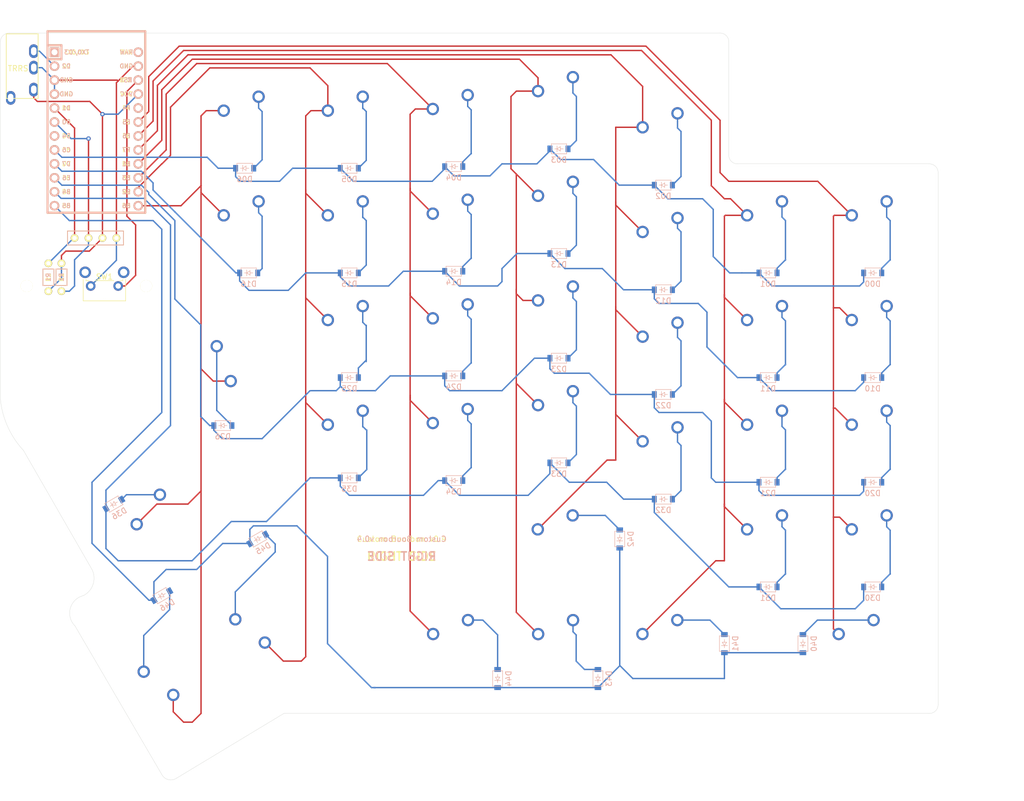
<source format=kicad_pcb>
(kicad_pcb (version 20171130) (host pcbnew 5.1.10)
  (layers (0 F.Cu signal) (31 B.Cu signal) (34 B.Paste user) (35 F.Paste user) (36 B.SilkS user) (37 F.SilkS user) (38 B.Mask user) (39 F.Mask user) (44 Edge.Cuts user))
  (net 0 "")
  (net 1 "Net-(D00-Pad2)")
  (net 2 row0)
  (net 3 "Net-(D01-Pad2)")
  (net 4 "Net-(D02-Pad2)")
  (net 5 "Net-(D03-Pad2)")
  (net 6 "Net-(D04-Pad2)")
  (net 7 "Net-(D05-Pad2)")
  (net 8 "Net-(D06-Pad2)")
  (net 9 "Net-(D10-Pad2)")
  (net 10 row1)
  (net 11 "Net-(D11-Pad2)")
  (net 12 "Net-(D12-Pad2)")
  (net 13 "Net-(D13-Pad2)")
  (net 14 "Net-(D14-Pad2)")
  (net 15 "Net-(D15-Pad2)")
  (net 16 "Net-(D20-Pad2)")
  (net 17 row2)
  (net 18 "Net-(D21-Pad2)")
  (net 19 "Net-(D22-Pad2)")
  (net 20 "Net-(D23-Pad2)")
  (net 21 "Net-(D24-Pad2)")
  (net 22 "Net-(D25-Pad2)")
  (net 23 "Net-(D26-Pad2)")
  (net 24 "Net-(D30-Pad2)")
  (net 25 row3)
  (net 26 "Net-(D31-Pad2)")
  (net 27 "Net-(D32-Pad2)")
  (net 28 "Net-(D33-Pad2)")
  (net 29 "Net-(D34-Pad2)")
  (net 30 "Net-(D35-Pad2)")
  (net 31 "Net-(D36-Pad2)")
  (net 32 "Net-(D40-Pad2)")
  (net 33 row4)
  (net 34 "Net-(D41-Pad2)")
  (net 35 "Net-(D42-Pad2)")
  (net 36 "Net-(D43-Pad2)")
  (net 37 "Net-(D44-Pad2)")
  (net 38 "Net-(D45-Pad2)")
  (net 39 col0)
  (net 40 col1)
  (net 41 col2)
  (net 42 col3)
  (net 43 col4)
  (net 44 col5)
  (net 45 col6)
  (net 46 VCC)
  (net 47 SDA)
  (net 48 SCL)
  (net 49 GND)
  (net 50 RESET)
  (net 51 "Net-(U1-Pad24)")
  (net 52 "Net-(U1-Pad20)")
  (net 53 "Net-(U1-Pad7)")
  (net 54 DATA)
  (net 55 "Net-(U1-Pad1)")
  (net 56 "Net-(TRRS1-PadA)")
  (net 57 "Net-(D16-Pad2)")
  (net 58 "Net-(D46-Pad2)")
  (module MX_Only:MXOnly-1.5U-NoLED (layer F.Cu) (at -154.78125 139.7 120)
    (fp_text reference MX46)
    (fp_text value MX-NoLED)
    (pad 2 thru_hole circle (at 2.54 -5.08 120) (size 2.25 2.25) (drill 1.47) (layers *.Cu B.Mask) (net 58 "Net-(D46-Pad2)"))
    (pad "" np_thru_hole circle (at 0 0 120) (size 3.9878 3.9878) (drill 3.9878) (layers *.Cu *.Mask))
    (pad 1 thru_hole circle (at -3.81 -2.54 120) (size 2.25 2.25) (drill 1.47) (layers *.Cu B.Mask) (net 45 col6))
    (pad "" np_thru_hole circle (at -5.08 0 168.0996) (size 1.75 1.75) (drill 1.75) (layers *.Cu *.Mask))
    (pad "" np_thru_hole circle (at 5.08 0 168.0996) (size 1.75 1.75) (drill 1.75) (layers *.Cu *.Mask))
  )
  (module MX_Only:MXOnly-1U-NoLED (layer F.Cu) (at -142.08125 59.53125)
    (fp_text reference MX16)
    (fp_text value MX-NoLED)
    (pad 2 thru_hole circle (at 2.54 -5.08) (size 2.25 2.25) (drill 1.47) (layers *.Cu B.Mask) (net 57 "Net-(D16-Pad2)"))
    (pad "" np_thru_hole circle (at 0 0) (size 3.9878 3.9878) (drill 3.9878) (layers *.Cu *.Mask))
    (pad 1 thru_hole circle (at -3.81 -2.54) (size 2.25 2.25) (drill 1.47) (layers *.Cu B.Mask) (net 45 col6))
    (pad "" np_thru_hole circle (at -5.08 0 48.0996) (size 1.75 1.75) (drill 1.75) (layers *.Cu *.Mask))
    (pad "" np_thru_hole circle (at 5.08 0 48.0996) (size 1.75 1.75) (drill 1.75) (layers *.Cu *.Mask))
  )
  (module kbd:D_SOD-123 (layer B.Cu) (at -157.1625 126.20625 30)
    (fp_text reference D46 (at 0 2 30) (layer B.SilkS) (effects (justify mirror)))
    (fp_text value D_Small)
    (pad 2 smd rect (at 1.65 0 30) (size 0.9 1.2) (layers B.Cu B.Paste B.Mask) (net 58 "Net-(D46-Pad2)"))
    (pad 1 smd rect (at -1.65 0 30) (size 0.9 1.2) (layers B.Cu B.Paste B.Mask) (net 33 row4))
  )
  (module kbd:D_SOD-123 (layer B.Cu) (at -141.35 67.46875)
    (fp_text reference D16 (at 0 2) (layer B.SilkS) (effects (justify mirror)))
    (fp_text value D_Small)
    (pad 2 smd rect (at 1.65 0) (size 0.9 1.2) (layers B.Cu B.Paste B.Mask) (net 57 "Net-(D16-Pad2)"))
    (pad 1 smd rect (at -1.65 0) (size 0.9 1.2) (layers B.Cu B.Paste B.Mask) (net 10 row1))
  )
  (module kbd:MJ-4PP-9_1side (layer F.Cu) (at -182.5625 23.8125)
    (fp_text reference TRRS1)
    (fp_text value MJ-4PP-9 hide)
    (fp_text user TRRS (at -0.75 6.45) (layer F.SilkS))
    (pad A thru_hole oval (at -2.1 11.8) (size 1.7 2.5) (drill oval 1 1.5) (layers *.Cu B.Mask) (net 56 "Net-(TRRS1-PadA)") (clearance 0.15))
    (pad D thru_hole oval (at 2.1 10.3) (size 1.7 2.5) (drill oval 1 1.5) (layers *.Cu B.Mask) (net 46 VCC) (clearance 0.15))
    (pad C thru_hole oval (at 2.1 6.3) (size 1.7 2.5) (drill oval 1 1.5) (layers *.Cu B.Mask) (net 49 GND))
    (pad B thru_hole oval (at 2.1 3.3) (size 1.7 2.5) (drill oval 1 1.5) (layers *.Cu B.Mask) (net 54 DATA))
    (pad "" np_thru_hole circle (at 0 8.5) (size 1.2 1.2) (drill 1.2) (layers *.Cu *.Mask))
    (pad "" np_thru_hole circle (at 0 1.5) (size 1.2 1.2) (drill 1.2) (layers *.Cu *.Mask))
  )
  (module Keebio-Parts:SW_Tactile_SPST_Angled_MJTP1117 (layer F.Cu) (at -165.1 69.85 180)
    (fp_text reference SW1 (at 2.5 1.68) (layer F.SilkS))
    (fp_text value SW_Push)
    (pad "" np_thru_hole circle (at 2.5 -1.21 180) (size 1.2 1.2) (drill 1.2) (layers *.Cu *.Mask))
    (pad "" thru_hole circle (at -1 2.49 180) (size 2.1 2.1) (drill 1.3) (layers *.Cu *.Mask))
    (pad 1 thru_hole circle (at 0 0 180) (size 1.75 1.75) (drill 0.99) (layers *.Cu *.Mask) (net 50 RESET))
    (pad 2 thru_hole circle (at 5 0 180) (size 1.75 1.75) (drill 0.99) (layers *.Cu *.Mask) (net 49 GND))
    (pad "" thru_hole circle (at 6.01 2.49 180) (size 2.1 2.1) (drill 1.3) (layers *.Cu *.Mask))
  )
  (module Lily58-footprint:HOLE_M2 (layer F.Cu) (at -160 69.85)
    (fp_text reference H2 hide)
    (fp_text value Hole hide)
    (pad "" np_thru_hole circle (at 0 0) (size 2.2 2.2) (drill 2.2) (layers *.Cu *.Mask F.SilkS) (clearance 0.8))
  )
  (module Lily58-footprint:HOLE_M2 (layer F.Cu) (at -181.75 69.85)
    (fp_text reference H1 hide)
    (fp_text value Hole hide)
    (pad "" np_thru_hole circle (at 0 0) (size 2.2 2.2) (drill 2.2) (layers *.Cu *.Mask F.SilkS) (clearance 0.8))
  )
  (module MX_Only:MXOnly-1U-NoLED (layer F.Cu) (at -104.03 78.2775)
    (fp_text reference MX24)
    (fp_text value MX-NoLED)
    (pad 2 thru_hole circle (at 2.54 -5.08) (size 2.25 2.25) (drill 1.47) (layers *.Cu B.Mask) (net 21 "Net-(D24-Pad2)"))
    (pad "" np_thru_hole circle (at 0 0) (size 3.9878 3.9878) (drill 3.9878) (layers *.Cu *.Mask))
    (pad 1 thru_hole circle (at -3.81 -2.54) (size 2.25 2.25) (drill 1.47) (layers *.Cu B.Mask) (net 43 col4))
    (pad "" np_thru_hole circle (at -5.08 0 48.0996) (size 1.75 1.75) (drill 1.75) (layers *.Cu *.Mask))
    (pad "" np_thru_hole circle (at 5.08 0 48.0996) (size 1.75 1.75) (drill 1.75) (layers *.Cu *.Mask))
  )
  (module MX_Only:MXOnly-1U-NoLED (layer F.Cu) (at -103.975 135.73125)
    (fp_text reference MX44)
    (fp_text value MX-NoLED)
    (pad 2 thru_hole circle (at 2.54 -5.08) (size 2.25 2.25) (drill 1.47) (layers *.Cu B.Mask) (net 37 "Net-(D44-Pad2)"))
    (pad "" np_thru_hole circle (at 0 0) (size 3.9878 3.9878) (drill 3.9878) (layers *.Cu *.Mask))
    (pad 1 thru_hole circle (at -3.81 -2.54) (size 2.25 2.25) (drill 1.47) (layers *.Cu B.Mask) (net 43 col4))
    (pad "" np_thru_hole circle (at -5.08 0 48.0996) (size 1.75 1.75) (drill 1.75) (layers *.Cu *.Mask))
    (pad "" np_thru_hole circle (at 5.08 0 48.0996) (size 1.75 1.75) (drill 1.75) (layers *.Cu *.Mask))
  )
  (module MX_Only:MXOnly-1U-NoLED (layer F.Cu) (at -84.925 116.68125)
    (fp_text reference MX42)
    (fp_text value MX-NoLED)
    (pad 2 thru_hole circle (at 2.54 -5.08) (size 2.25 2.25) (drill 1.47) (layers *.Cu B.Mask) (net 35 "Net-(D42-Pad2)"))
    (pad "" np_thru_hole circle (at 0 0) (size 3.9878 3.9878) (drill 3.9878) (layers *.Cu *.Mask))
    (pad 1 thru_hole circle (at -3.81 -2.54) (size 2.25 2.25) (drill 1.47) (layers *.Cu B.Mask) (net 41 col2))
    (pad "" np_thru_hole circle (at -5.08 0 48.0996) (size 1.75 1.75) (drill 1.75) (layers *.Cu *.Mask))
    (pad "" np_thru_hole circle (at 5.08 0 48.0996) (size 1.75 1.75) (drill 1.75) (layers *.Cu *.Mask))
  )
  (module MX_Only:MXOnly-1U-NoLED (layer F.Cu) (at -65.875 135.73125)
    (fp_text reference MX41)
    (fp_text value MX-NoLED)
    (pad 2 thru_hole circle (at 2.54 -5.08) (size 2.25 2.25) (drill 1.47) (layers *.Cu B.Mask) (net 34 "Net-(D41-Pad2)"))
    (pad "" np_thru_hole circle (at 0 0) (size 3.9878 3.9878) (drill 3.9878) (layers *.Cu *.Mask))
    (pad 1 thru_hole circle (at -3.81 -2.54) (size 2.25 2.25) (drill 1.47) (layers *.Cu B.Mask) (net 40 col1))
    (pad "" np_thru_hole circle (at -5.08 0 48.0996) (size 1.75 1.75) (drill 1.75) (layers *.Cu *.Mask))
    (pad "" np_thru_hole circle (at 5.08 0 48.0996) (size 1.75 1.75) (drill 1.75) (layers *.Cu *.Mask))
  )
  (module MX_Only:MXOnly-1U-NoLED (layer F.Cu) (at -65.84375 100.658)
    (fp_text reference MX32)
    (fp_text value MX-NoLED)
    (pad 2 thru_hole circle (at 2.54 -5.08) (size 2.25 2.25) (drill 1.47) (layers *.Cu B.Mask) (net 27 "Net-(D32-Pad2)"))
    (pad "" np_thru_hole circle (at 0 0) (size 3.9878 3.9878) (drill 3.9878) (layers *.Cu *.Mask))
    (pad 1 thru_hole circle (at -3.81 -2.54) (size 2.25 2.25) (drill 1.47) (layers *.Cu B.Mask) (net 41 col2))
    (pad "" np_thru_hole circle (at -5.08 0 48.0996) (size 1.75 1.75) (drill 1.75) (layers *.Cu *.Mask))
    (pad "" np_thru_hole circle (at 5.08 0 48.0996) (size 1.75 1.75) (drill 1.75) (layers *.Cu *.Mask))
  )
  (module MX_Only:MXOnly-1U-NoLED (layer F.Cu) (at -65.84375 81.608)
    (fp_text reference MX22)
    (fp_text value MX-NoLED)
    (pad 2 thru_hole circle (at 2.54 -5.08) (size 2.25 2.25) (drill 1.47) (layers *.Cu B.Mask) (net 19 "Net-(D22-Pad2)"))
    (pad "" np_thru_hole circle (at 0 0) (size 3.9878 3.9878) (drill 3.9878) (layers *.Cu *.Mask))
    (pad 1 thru_hole circle (at -3.81 -2.54) (size 2.25 2.25) (drill 1.47) (layers *.Cu B.Mask) (net 41 col2))
    (pad "" np_thru_hole circle (at -5.08 0 48.0996) (size 1.75 1.75) (drill 1.75) (layers *.Cu *.Mask))
    (pad "" np_thru_hole circle (at 5.08 0 48.0996) (size 1.75 1.75) (drill 1.75) (layers *.Cu *.Mask))
  )
  (module MX_Only:MXOnly-1U-NoLED (layer F.Cu) (at -65.84375 43.508)
    (fp_text reference MX02)
    (fp_text value MX-NoLED)
    (pad 2 thru_hole circle (at 2.54 -5.08) (size 2.25 2.25) (drill 1.47) (layers *.Cu B.Mask) (net 4 "Net-(D02-Pad2)"))
    (pad "" np_thru_hole circle (at 0 0) (size 3.9878 3.9878) (drill 3.9878) (layers *.Cu *.Mask))
    (pad 1 thru_hole circle (at -3.81 -2.54) (size 2.25 2.25) (drill 1.47) (layers *.Cu B.Mask) (net 41 col2))
    (pad "" np_thru_hole circle (at -5.08 0 48.0996) (size 1.75 1.75) (drill 1.75) (layers *.Cu *.Mask))
    (pad "" np_thru_hole circle (at 5.08 0 48.0996) (size 1.75 1.75) (drill 1.75) (layers *.Cu *.Mask))
  )
  (module MX_Only:MXOnly-1U-NoLED (layer F.Cu) (at -27.78125 116.68125)
    (fp_text reference MX30)
    (fp_text value MX-NoLED)
    (pad 2 thru_hole circle (at 2.54 -5.08) (size 2.25 2.25) (drill 1.47) (layers *.Cu B.Mask) (net 24 "Net-(D30-Pad2)"))
    (pad "" np_thru_hole circle (at 0 0) (size 3.9878 3.9878) (drill 3.9878) (layers *.Cu *.Mask))
    (pad 1 thru_hole circle (at -3.81 -2.54) (size 2.25 2.25) (drill 1.47) (layers *.Cu B.Mask) (net 39 col0))
    (pad "" np_thru_hole circle (at -5.08 0 48.0996) (size 1.75 1.75) (drill 1.75) (layers *.Cu *.Mask))
    (pad "" np_thru_hole circle (at 5.08 0 48.0996) (size 1.75 1.75) (drill 1.75) (layers *.Cu *.Mask))
  )
  (module MX_Only:MXOnly-1.25U-NoLED (layer F.Cu) (at -30.1625 135.73125)
    (fp_text reference MX40)
    (fp_text value MX-NoLED)
    (pad 2 thru_hole circle (at 2.54 -5.08) (size 2.25 2.25) (drill 1.47) (layers *.Cu B.Mask) (net 32 "Net-(D40-Pad2)"))
    (pad "" np_thru_hole circle (at 0 0) (size 3.9878 3.9878) (drill 3.9878) (layers *.Cu *.Mask))
    (pad 1 thru_hole circle (at -3.81 -2.54) (size 2.25 2.25) (drill 1.47) (layers *.Cu B.Mask) (net 39 col0))
    (pad "" np_thru_hole circle (at -5.08 0 48.0996) (size 1.75 1.75) (drill 1.75) (layers *.Cu *.Mask))
    (pad "" np_thru_hole circle (at 5.08 0 48.0996) (size 1.75 1.75) (drill 1.75) (layers *.Cu *.Mask))
  )
  (module kbd:D_SOD-123 (layer B.Cu) (at -139.7 115.8875 30)
    (fp_text reference D45 (at 0 2 30) (layer B.SilkS) (effects (justify mirror)))
    (fp_text value D_Small)
    (pad 2 smd rect (at 1.65 0 30) (size 0.9 1.2) (layers B.Cu B.Paste B.Mask) (net 38 "Net-(D45-Pad2)"))
    (pad 1 smd rect (at -1.65 0 30) (size 0.9 1.2) (layers B.Cu B.Paste B.Mask) (net 33 row4))
  )
  (module kbd:D_SOD-123 (layer B.Cu) (at -96.04375 141.2875 90)
    (fp_text reference D44 (at 0 2 90) (layer B.SilkS) (effects (justify mirror)))
    (fp_text value D_Small)
    (pad 2 smd rect (at 1.65 0 90) (size 0.9 1.2) (layers B.Cu B.Paste B.Mask) (net 37 "Net-(D44-Pad2)"))
    (pad 1 smd rect (at -1.65 0 90) (size 0.9 1.2) (layers B.Cu B.Paste B.Mask) (net 33 row4))
  )
  (module kbd:D_SOD-123 (layer B.Cu) (at -77.7875 141.2875 90)
    (fp_text reference D43 (at 0 2 90) (layer B.SilkS) (effects (justify mirror)))
    (fp_text value D_Small)
    (pad 2 smd rect (at 1.65 0 90) (size 0.9 1.2) (layers B.Cu B.Paste B.Mask) (net 36 "Net-(D43-Pad2)"))
    (pad 1 smd rect (at -1.65 0 90) (size 0.9 1.2) (layers B.Cu B.Paste B.Mask) (net 33 row4))
  )
  (module kbd:D_SOD-123 (layer B.Cu) (at -73.81875 115.8875 90)
    (fp_text reference D42 (at 0 2 90) (layer B.SilkS) (effects (justify mirror)))
    (fp_text value D_Small)
    (pad 2 smd rect (at 1.65 0 90) (size 0.9 1.2) (layers B.Cu B.Paste B.Mask) (net 35 "Net-(D42-Pad2)"))
    (pad 1 smd rect (at -1.65 0 90) (size 0.9 1.2) (layers B.Cu B.Paste B.Mask) (net 33 row4))
  )
  (module kbd:D_SOD-123 (layer B.Cu) (at -54.76875 134.9375 90)
    (fp_text reference D41 (at 0 2 90) (layer B.SilkS) (effects (justify mirror)))
    (fp_text value D_Small)
    (pad 2 smd rect (at 1.65 0 90) (size 0.9 1.2) (layers B.Cu B.Paste B.Mask) (net 34 "Net-(D41-Pad2)"))
    (pad 1 smd rect (at -1.65 0 90) (size 0.9 1.2) (layers B.Cu B.Paste B.Mask) (net 33 row4))
  )
  (module kbd:D_SOD-123 (layer B.Cu) (at -40.48125 134.9375 90)
    (fp_text reference D40 (at 0 2 90) (layer B.SilkS) (effects (justify mirror)))
    (fp_text value D_Small)
    (pad 2 smd rect (at 1.65 0 90) (size 0.9 1.2) (layers B.Cu B.Paste B.Mask) (net 32 "Net-(D40-Pad2)"))
    (pad 1 smd rect (at -1.65 0 90) (size 0.9 1.2) (layers B.Cu B.Paste B.Mask) (net 33 row4))
  )
  (module kbd:D_SOD-123 (layer B.Cu) (at -165.89375 109.5375 30)
    (fp_text reference D36 (at 0 2 30) (layer B.SilkS) (effects (justify mirror)))
    (fp_text value D_Small)
    (pad 2 smd rect (at 1.65 0 30) (size 0.9 1.2) (layers B.Cu B.Paste B.Mask) (net 31 "Net-(D36-Pad2)"))
    (pad 1 smd rect (at -1.65 0 30) (size 0.9 1.2) (layers B.Cu B.Paste B.Mask) (net 25 row3))
  )
  (module kbd:D_SOD-123 (layer B.Cu) (at -123.03125 104.775)
    (fp_text reference D35 (at 0 2) (layer B.SilkS) (effects (justify mirror)))
    (fp_text value D_Small)
    (pad 2 smd rect (at 1.65 0) (size 0.9 1.2) (layers B.Cu B.Paste B.Mask) (net 30 "Net-(D35-Pad2)"))
    (pad 1 smd rect (at -1.65 0) (size 0.9 1.2) (layers B.Cu B.Paste B.Mask) (net 25 row3))
  )
  (module kbd:D_SOD-123 (layer B.Cu) (at -104.03 105.265)
    (fp_text reference D34 (at 0 2) (layer B.SilkS) (effects (justify mirror)))
    (fp_text value D_Small)
    (pad 2 smd rect (at 1.65 0) (size 0.9 1.2) (layers B.Cu B.Paste B.Mask) (net 29 "Net-(D34-Pad2)"))
    (pad 1 smd rect (at -1.65 0) (size 0.9 1.2) (layers B.Cu B.Paste B.Mask) (net 25 row3))
  )
  (module kbd:D_SOD-123 (layer B.Cu) (at -84.88 102.04)
    (fp_text reference D33 (at 0 2) (layer B.SilkS) (effects (justify mirror)))
    (fp_text value D_Small)
    (pad 2 smd rect (at 1.65 0) (size 0.9 1.2) (layers B.Cu B.Paste B.Mask) (net 28 "Net-(D33-Pad2)"))
    (pad 1 smd rect (at -1.65 0) (size 0.9 1.2) (layers B.Cu B.Paste B.Mask) (net 25 row3))
  )
  (module kbd:D_SOD-123 (layer B.Cu) (at -65.88 108.64)
    (fp_text reference D32 (at 0 2) (layer B.SilkS) (effects (justify mirror)))
    (fp_text value D_Small)
    (pad 2 smd rect (at 1.65 0) (size 0.9 1.2) (layers B.Cu B.Paste B.Mask) (net 27 "Net-(D32-Pad2)"))
    (pad 1 smd rect (at -1.65 0) (size 0.9 1.2) (layers B.Cu B.Paste B.Mask) (net 25 row3))
  )
  (module kbd:D_SOD-123 (layer B.Cu) (at -46.83125 124.61875)
    (fp_text reference D31 (at 0 2) (layer B.SilkS) (effects (justify mirror)))
    (fp_text value D_Small)
    (pad 2 smd rect (at 1.65 0) (size 0.9 1.2) (layers B.Cu B.Paste B.Mask) (net 26 "Net-(D31-Pad2)"))
    (pad 1 smd rect (at -1.65 0) (size 0.9 1.2) (layers B.Cu B.Paste B.Mask) (net 25 row3))
  )
  (module kbd:D_SOD-123 (layer B.Cu) (at -27.78125 124.61875)
    (fp_text reference D30 (at 0 2) (layer B.SilkS) (effects (justify mirror)))
    (fp_text value D_Small)
    (pad 2 smd rect (at 1.65 0) (size 0.9 1.2) (layers B.Cu B.Paste B.Mask) (net 24 "Net-(D30-Pad2)"))
    (pad 1 smd rect (at -1.65 0) (size 0.9 1.2) (layers B.Cu B.Paste B.Mask) (net 25 row3))
  )
  (module kbd:D_SOD-123 (layer B.Cu) (at -146.05 95.25)
    (fp_text reference D26 (at 0 2) (layer B.SilkS) (effects (justify mirror)))
    (fp_text value D_Small)
    (pad 2 smd rect (at 1.65 0) (size 0.9 1.2) (layers B.Cu B.Paste B.Mask) (net 23 "Net-(D26-Pad2)"))
    (pad 1 smd rect (at -1.65 0) (size 0.9 1.2) (layers B.Cu B.Paste B.Mask) (net 17 row2))
  )
  (module kbd:D_SOD-123 (layer B.Cu) (at -123.03125 86.51875)
    (fp_text reference D25 (at 0 2) (layer B.SilkS) (effects (justify mirror)))
    (fp_text value D_Small)
    (pad 2 smd rect (at 1.65 0) (size 0.9 1.2) (layers B.Cu B.Paste B.Mask) (net 22 "Net-(D25-Pad2)"))
    (pad 1 smd rect (at -1.65 0) (size 0.9 1.2) (layers B.Cu B.Paste B.Mask) (net 17 row2))
  )
  (module kbd:D_SOD-123 (layer B.Cu) (at -104.03 86.215)
    (fp_text reference D24 (at 0 2) (layer B.SilkS) (effects (justify mirror)))
    (fp_text value D_Small)
    (pad 2 smd rect (at 1.65 0) (size 0.9 1.2) (layers B.Cu B.Paste B.Mask) (net 21 "Net-(D24-Pad2)"))
    (pad 1 smd rect (at -1.65 0) (size 0.9 1.2) (layers B.Cu B.Paste B.Mask) (net 17 row2))
  )
  (module kbd:D_SOD-123 (layer B.Cu) (at -84.88 82.99)
    (fp_text reference D23 (at 0 2) (layer B.SilkS) (effects (justify mirror)))
    (fp_text value D_Small)
    (pad 2 smd rect (at 1.65 0) (size 0.9 1.2) (layers B.Cu B.Paste B.Mask) (net 20 "Net-(D23-Pad2)"))
    (pad 1 smd rect (at -1.65 0) (size 0.9 1.2) (layers B.Cu B.Paste B.Mask) (net 17 row2))
  )
  (module kbd:D_SOD-123 (layer B.Cu) (at -65.88 89.59)
    (fp_text reference D22 (at 0 2) (layer B.SilkS) (effects (justify mirror)))
    (fp_text value D_Small)
    (pad 2 smd rect (at 1.65 0) (size 0.9 1.2) (layers B.Cu B.Paste B.Mask) (net 19 "Net-(D22-Pad2)"))
    (pad 1 smd rect (at -1.65 0) (size 0.9 1.2) (layers B.Cu B.Paste B.Mask) (net 17 row2))
  )
  (module kbd:D_SOD-123 (layer B.Cu) (at -46.83125 105.56875)
    (fp_text reference D21 (at 0 2) (layer B.SilkS) (effects (justify mirror)))
    (fp_text value D_Small)
    (pad 2 smd rect (at 1.65 0) (size 0.9 1.2) (layers B.Cu B.Paste B.Mask) (net 18 "Net-(D21-Pad2)"))
    (pad 1 smd rect (at -1.65 0) (size 0.9 1.2) (layers B.Cu B.Paste B.Mask) (net 17 row2))
  )
  (module kbd:D_SOD-123 (layer B.Cu) (at -27.78125 105.56875)
    (fp_text reference D20 (at 0 2) (layer B.SilkS) (effects (justify mirror)))
    (fp_text value D_Small)
    (pad 2 smd rect (at 1.65 0) (size 0.9 1.2) (layers B.Cu B.Paste B.Mask) (net 16 "Net-(D20-Pad2)"))
    (pad 1 smd rect (at -1.65 0) (size 0.9 1.2) (layers B.Cu B.Paste B.Mask) (net 17 row2))
  )
  (module kbd:D_SOD-123 (layer B.Cu) (at -123.03125 67.46875)
    (fp_text reference D15 (at 0 2) (layer B.SilkS) (effects (justify mirror)))
    (fp_text value D_Small)
    (pad 2 smd rect (at 1.65 0) (size 0.9 1.2) (layers B.Cu B.Paste B.Mask) (net 15 "Net-(D15-Pad2)"))
    (pad 1 smd rect (at -1.65 0) (size 0.9 1.2) (layers B.Cu B.Paste B.Mask) (net 10 row1))
  )
  (module kbd:D_SOD-123 (layer B.Cu) (at -104.03 67.165)
    (fp_text reference D14 (at 0 2) (layer B.SilkS) (effects (justify mirror)))
    (fp_text value D_Small)
    (pad 2 smd rect (at 1.65 0) (size 0.9 1.2) (layers B.Cu B.Paste B.Mask) (net 14 "Net-(D14-Pad2)"))
    (pad 1 smd rect (at -1.65 0) (size 0.9 1.2) (layers B.Cu B.Paste B.Mask) (net 10 row1))
  )
  (module kbd:D_SOD-123 (layer B.Cu) (at -84.88 63.94)
    (fp_text reference D13 (at 0 2) (layer B.SilkS) (effects (justify mirror)))
    (fp_text value D_Small)
    (pad 2 smd rect (at 1.65 0) (size 0.9 1.2) (layers B.Cu B.Paste B.Mask) (net 13 "Net-(D13-Pad2)"))
    (pad 1 smd rect (at -1.65 0) (size 0.9 1.2) (layers B.Cu B.Paste B.Mask) (net 10 row1))
  )
  (module kbd:D_SOD-123 (layer B.Cu) (at -65.88 70.54)
    (fp_text reference D12 (at 0 2) (layer B.SilkS) (effects (justify mirror)))
    (fp_text value D_Small)
    (pad 2 smd rect (at 1.65 0) (size 0.9 1.2) (layers B.Cu B.Paste B.Mask) (net 12 "Net-(D12-Pad2)"))
    (pad 1 smd rect (at -1.65 0) (size 0.9 1.2) (layers B.Cu B.Paste B.Mask) (net 10 row1))
  )
  (module kbd:D_SOD-123 (layer B.Cu) (at -46.83125 86.51875)
    (fp_text reference D11 (at 0 2) (layer B.SilkS) (effects (justify mirror)))
    (fp_text value D_Small)
    (pad 2 smd rect (at 1.65 0) (size 0.9 1.2) (layers B.Cu B.Paste B.Mask) (net 11 "Net-(D11-Pad2)"))
    (pad 1 smd rect (at -1.65 0) (size 0.9 1.2) (layers B.Cu B.Paste B.Mask) (net 10 row1))
  )
  (module kbd:D_SOD-123 (layer B.Cu) (at -27.78125 86.51875)
    (fp_text reference D10 (at 0 2) (layer B.SilkS) (effects (justify mirror)))
    (fp_text value D_Small)
    (pad 2 smd rect (at 1.65 0) (size 0.9 1.2) (layers B.Cu B.Paste B.Mask) (net 9 "Net-(D10-Pad2)"))
    (pad 1 smd rect (at -1.65 0) (size 0.9 1.2) (layers B.Cu B.Paste B.Mask) (net 10 row1))
  )
  (module kbd:D_SOD-123 (layer B.Cu) (at -142.08125 48.41875)
    (fp_text reference D06 (at 0 2) (layer B.SilkS) (effects (justify mirror)))
    (fp_text value D_Small)
    (pad 2 smd rect (at 1.65 0) (size 0.9 1.2) (layers B.Cu B.Paste B.Mask) (net 8 "Net-(D06-Pad2)"))
    (pad 1 smd rect (at -1.65 0) (size 0.9 1.2) (layers B.Cu B.Paste B.Mask) (net 2 row0))
  )
  (module kbd:D_SOD-123 (layer B.Cu) (at -123.03125 48.41875)
    (fp_text reference D05 (at 0 2) (layer B.SilkS) (effects (justify mirror)))
    (fp_text value D_Small)
    (pad 2 smd rect (at 1.65 0) (size 0.9 1.2) (layers B.Cu B.Paste B.Mask) (net 7 "Net-(D05-Pad2)"))
    (pad 1 smd rect (at -1.65 0) (size 0.9 1.2) (layers B.Cu B.Paste B.Mask) (net 2 row0))
  )
  (module kbd:D_SOD-123 (layer B.Cu) (at -104.03 48.115)
    (fp_text reference D04 (at 0 2) (layer B.SilkS) (effects (justify mirror)))
    (fp_text value D_Small)
    (pad 2 smd rect (at 1.65 0) (size 0.9 1.2) (layers B.Cu B.Paste B.Mask) (net 6 "Net-(D04-Pad2)"))
    (pad 1 smd rect (at -1.65 0) (size 0.9 1.2) (layers B.Cu B.Paste B.Mask) (net 2 row0))
  )
  (module kbd:D_SOD-123 (layer B.Cu) (at -84.88 44.89)
    (fp_text reference D03 (at 0 2) (layer B.SilkS) (effects (justify mirror)))
    (fp_text value D_Small)
    (pad 2 smd rect (at 1.65 0) (size 0.9 1.2) (layers B.Cu B.Paste B.Mask) (net 5 "Net-(D03-Pad2)"))
    (pad 1 smd rect (at -1.65 0) (size 0.9 1.2) (layers B.Cu B.Paste B.Mask) (net 2 row0))
  )
  (module kbd:D_SOD-123 (layer B.Cu) (at -65.88 51.49)
    (fp_text reference D02 (at 0 2) (layer B.SilkS) (effects (justify mirror)))
    (fp_text value D_Small)
    (pad 2 smd rect (at 1.65 0) (size 0.9 1.2) (layers B.Cu B.Paste B.Mask) (net 4 "Net-(D02-Pad2)"))
    (pad 1 smd rect (at -1.65 0) (size 0.9 1.2) (layers B.Cu B.Paste B.Mask) (net 2 row0))
  )
  (module kbd:D_SOD-123 (layer B.Cu) (at -46.83125 67.46875)
    (fp_text reference D01 (at 0 2) (layer B.SilkS) (effects (justify mirror)))
    (fp_text value D_Small)
    (pad 2 smd rect (at 1.65 0) (size 0.9 1.2) (layers B.Cu B.Paste B.Mask) (net 3 "Net-(D01-Pad2)"))
    (pad 1 smd rect (at -1.65 0) (size 0.9 1.2) (layers B.Cu B.Paste B.Mask) (net 2 row0))
  )
  (module kbd:D_SOD-123 (layer B.Cu) (at -27.78125 67.46875)
    (fp_text reference D00 (at 0 2) (layer B.SilkS) (effects (justify mirror)))
    (fp_text value D_Small)
    (pad 2 smd rect (at 1.65 0) (size 0.9 1.2) (layers B.Cu B.Paste B.Mask) (net 1 "Net-(D00-Pad2)"))
    (pad 1 smd rect (at -1.65 0) (size 0.9 1.2) (layers B.Cu B.Paste B.Mask) (net 2 row0))
  )
  (module MX_Only:MXOnly-1.5U-NoLED (layer F.Cu) (at -142.08125 83.34375 90)
    (fp_text reference MX26)
    (fp_text value MX-NoLED)
    (pad 2 thru_hole circle (at 2.54 -5.08 90) (size 2.25 2.25) (drill 1.47) (layers *.Cu B.Mask) (net 23 "Net-(D26-Pad2)"))
    (pad "" np_thru_hole circle (at 0 0 90) (size 3.9878 3.9878) (drill 3.9878) (layers *.Cu *.Mask))
    (pad 1 thru_hole circle (at -3.81 -2.54 90) (size 2.25 2.25) (drill 1.47) (layers *.Cu B.Mask) (net 45 col6))
    (pad "" np_thru_hole circle (at -5.08 0 138.0996) (size 1.75 1.75) (drill 1.75) (layers *.Cu *.Mask))
    (pad "" np_thru_hole circle (at 5.08 0 138.0996) (size 1.75 1.75) (drill 1.75) (layers *.Cu *.Mask))
  )
  (module MX_Only:MXOnly-1U-NoLED (layer F.Cu) (at -123.13 59.53125)
    (fp_text reference MX15)
    (fp_text value MX-NoLED)
    (pad 2 thru_hole circle (at 2.54 -5.08) (size 2.25 2.25) (drill 1.47) (layers *.Cu B.Mask) (net 15 "Net-(D15-Pad2)"))
    (pad "" np_thru_hole circle (at 0 0) (size 3.9878 3.9878) (drill 3.9878) (layers *.Cu *.Mask))
    (pad 1 thru_hole circle (at -3.81 -2.54) (size 2.25 2.25) (drill 1.47) (layers *.Cu B.Mask) (net 44 col5))
    (pad "" np_thru_hole circle (at -5.08 0 48.0996) (size 1.75 1.75) (drill 1.75) (layers *.Cu *.Mask))
    (pad "" np_thru_hole circle (at 5.08 0 48.0996) (size 1.75 1.75) (drill 1.75) (layers *.Cu *.Mask))
  )
  (module MX_Only:MXOnly-1U-NoLED (layer F.Cu) (at -65.84375 62.558)
    (fp_text reference MX12)
    (fp_text value MX-NoLED)
    (pad 2 thru_hole circle (at 2.54 -5.08) (size 2.25 2.25) (drill 1.47) (layers *.Cu B.Mask) (net 12 "Net-(D12-Pad2)"))
    (pad "" np_thru_hole circle (at 0 0) (size 3.9878 3.9878) (drill 3.9878) (layers *.Cu *.Mask))
    (pad 1 thru_hole circle (at -3.81 -2.54) (size 2.25 2.25) (drill 1.47) (layers *.Cu B.Mask) (net 41 col2))
    (pad "" np_thru_hole circle (at -5.08 0 48.0996) (size 1.75 1.75) (drill 1.75) (layers *.Cu *.Mask))
    (pad "" np_thru_hole circle (at 5.08 0 48.0996) (size 1.75 1.75) (drill 1.75) (layers *.Cu *.Mask))
  )
  (module MX_Only:MXOnly-1U-NoLED (layer F.Cu) (at -123.13 40.48125)
    (fp_text reference MX05)
    (fp_text value MX-NoLED)
    (pad 2 thru_hole circle (at 2.54 -5.08) (size 2.25 2.25) (drill 1.47) (layers *.Cu B.Mask) (net 7 "Net-(D05-Pad2)"))
    (pad "" np_thru_hole circle (at 0 0) (size 3.9878 3.9878) (drill 3.9878) (layers *.Cu *.Mask))
    (pad 1 thru_hole circle (at -3.81 -2.54) (size 2.25 2.25) (drill 1.47) (layers *.Cu B.Mask) (net 44 col5))
    (pad "" np_thru_hole circle (at -5.08 0 48.0996) (size 1.75 1.75) (drill 1.75) (layers *.Cu *.Mask))
    (pad "" np_thru_hole circle (at 5.08 0 48.0996) (size 1.75 1.75) (drill 1.75) (layers *.Cu *.Mask))
  )
  (module Lily58-footprint:RESISTOR_mini (layer F.Cu) (at -177.8 68.2625 270)
    (fp_text reference R2 (at 0 0 90) (layer F.SilkS) (effects (font (size 0.8 0.8))))
    (fp_text value 4.7k hide)
    (fp_text user R1 (at 0 0 90) (layer B.SilkS) (effects (font (size 0.8 0.8)) (justify mirror)))
    (pad 2 thru_hole circle (at 2.54 0 270) (size 1.397 1.397) (drill 0.8128) (layers *.Cu *.Mask F.SilkS) (net 46 VCC))
    (pad 1 thru_hole circle (at -2.54 0 270) (size 1.397 1.397) (drill 0.8128) (layers *.Cu *.Mask F.SilkS) (net 47 SDA))
  )
  (module Lily58-footprint:RESISTOR_mini (layer F.Cu) (at -175.41875 68.2625 90)
    (fp_text reference R1 (at 0 0 90) (layer F.SilkS) (effects (font (size 0.8 0.8))))
    (fp_text value 4.7k hide)
    (fp_text user R1 (at 0 0 90) (layer B.SilkS) (effects (font (size 0.8 0.8)) (justify mirror)))
    (pad 2 thru_hole circle (at 2.54 0 90) (size 1.397 1.397) (drill 0.8128) (layers *.Cu *.Mask F.SilkS) (net 46 VCC))
    (pad 1 thru_hole circle (at -2.54 0 90) (size 1.397 1.397) (drill 0.8128) (layers *.Cu *.Mask F.SilkS) (net 48 SCL))
  )
  (module Lily58-footprint:OLED_4Pin (layer F.Cu) (at -173.0375 61.11875)
    (fp_text reference OL1 hide)
    (fp_text value OLED hide)
    (pad 4 thru_hole circle (at 7.62 0) (size 1.397 1.397) (drill 0.8128) (layers *.Cu *.Mask F.SilkS) (net 49 GND))
    (pad 3 thru_hole circle (at 5.08 0) (size 1.397 1.397) (drill 0.8128) (layers *.Cu *.Mask F.SilkS) (net 46 VCC))
    (pad 2 thru_hole circle (at 2.54 0) (size 1.397 1.397) (drill 0.8128) (layers *.Cu *.Mask F.SilkS) (net 48 SCL))
    (pad 1 thru_hole circle (at 0 0) (size 1.397 1.397) (drill 0.8128) (layers *.Cu *.Mask F.SilkS) (net 47 SDA))
  )
  (module Keebio-Parts:ArduinoProMicro (layer F.Cu) (at -169.06875 41.275 270)
    (fp_text reference U1 hide)
    (fp_text value ProMicro hide)
    (fp_text user D2 (at -11.43 5.461) (layer B.SilkS) (effects (font (size 0.8 0.8)) (justify mirror)))
    (fp_text user D0 (at -1.27 5.461) (layer B.SilkS) (effects (font (size 0.8 0.8)) (justify mirror)))
    (fp_text user D1 (at -3.81 5.461) (layer B.SilkS) (effects (font (size 0.8 0.8)) (justify mirror)))
    (fp_text user GND (at -6.35 5.461) (layer B.SilkS) (effects (font (size 0.8 0.8)) (justify mirror)))
    (fp_text user GND (at -8.89 5.461) (layer B.SilkS) (effects (font (size 0.8 0.8)) (justify mirror)))
    (fp_text user D4 (at 1.27 5.461) (layer B.SilkS) (effects (font (size 0.8 0.8)) (justify mirror)))
    (fp_text user C6 (at 3.81 5.461) (layer B.SilkS) (effects (font (size 0.8 0.8)) (justify mirror)))
    (fp_text user D7 (at 6.35 5.461) (layer B.SilkS) (effects (font (size 0.8 0.8)) (justify mirror)))
    (fp_text user E6 (at 8.89 5.461) (layer B.SilkS) (effects (font (size 0.8 0.8)) (justify mirror)))
    (fp_text user B4 (at 11.43 5.461) (layer B.SilkS) (effects (font (size 0.8 0.8)) (justify mirror)))
    (fp_text user B5 (at 13.97 5.461) (layer B.SilkS) (effects (font (size 0.8 0.8)) (justify mirror)))
    (fp_text user B6 (at 13.97 -5.461) (layer B.SilkS) (effects (font (size 0.8 0.8)) (justify mirror)))
    (fp_text user B2 (at 11.43 -5.461) (layer F.SilkS) (effects (font (size 0.8 0.8))))
    (fp_text user B3 (at 8.89 -5.461) (layer B.SilkS) (effects (font (size 0.8 0.8)) (justify mirror)))
    (fp_text user B1 (at 6.35 -5.461) (layer B.SilkS) (effects (font (size 0.8 0.8)) (justify mirror)))
    (fp_text user F7 (at 3.81 -5.461) (layer F.SilkS) (effects (font (size 0.8 0.8))))
    (fp_text user F6 (at 1.27 -5.461) (layer F.SilkS) (effects (font (size 0.8 0.8))))
    (fp_text user F5 (at -1.27 -5.461) (layer F.SilkS) (effects (font (size 0.8 0.8))))
    (fp_text user F4 (at -3.81 -5.461) (layer B.SilkS) (effects (font (size 0.8 0.8)) (justify mirror)))
    (fp_text user VCC (at -6.35 -5.461) (layer B.SilkS) (effects (font (size 0.8 0.8)) (justify mirror)))
    (fp_text user GND (at -11.43 -5.461) (layer B.SilkS) (effects (font (size 0.8 0.8)) (justify mirror)))
    (fp_text user RAW (at -13.97 -5.461) (layer B.SilkS) (effects (font (size 0.8 0.8)) (justify mirror)))
    (fp_text user RAW (at -13.97 -5.461) (layer F.SilkS) (effects (font (size 0.8 0.8))))
    (fp_text user GND (at -11.43 -5.461) (layer F.SilkS) (effects (font (size 0.8 0.8))))
    (fp_text user ST (at -8.92 -5.73312) (layer F.SilkS) (effects (font (size 0.8 0.8))))
    (fp_text user VCC (at -6.35 -5.461) (layer F.SilkS) (effects (font (size 0.8 0.8))))
    (fp_text user F4 (at -3.81 -5.461) (layer F.SilkS) (effects (font (size 0.8 0.8))))
    (fp_text user F5 (at -1.27 -5.461) (layer B.SilkS) (effects (font (size 0.8 0.8)) (justify mirror)))
    (fp_text user F6 (at 1.27 -5.461) (layer B.SilkS) (effects (font (size 0.8 0.8)) (justify mirror)))
    (fp_text user F7 (at 3.81 -5.461) (layer B.SilkS) (effects (font (size 0.8 0.8)) (justify mirror)))
    (fp_text user B1 (at 6.35 -5.461) (layer F.SilkS) (effects (font (size 0.8 0.8))))
    (fp_text user B3 (at 8.89 -5.461) (layer F.SilkS) (effects (font (size 0.8 0.8))))
    (fp_text user B2 (at 11.43 -5.461) (layer B.SilkS) (effects (font (size 0.8 0.8)) (justify mirror)))
    (fp_text user B6 (at 13.97 -5.461) (layer F.SilkS) (effects (font (size 0.8 0.8))))
    (fp_text user B5 (at 13.97 5.461) (layer F.SilkS) (effects (font (size 0.8 0.8))))
    (fp_text user B4 (at 11.43 5.461) (layer F.SilkS) (effects (font (size 0.8 0.8))))
    (fp_text user E6 (at 8.89 5.461) (layer F.SilkS) (effects (font (size 0.8 0.8))))
    (fp_text user D7 (at 6.35 5.461) (layer F.SilkS) (effects (font (size 0.8 0.8))))
    (fp_text user C6 (at 3.81 5.461) (layer F.SilkS) (effects (font (size 0.8 0.8))))
    (fp_text user D4 (at 1.27 5.461) (layer F.SilkS) (effects (font (size 0.8 0.8))))
    (fp_text user GND (at -8.89 5.461) (layer F.SilkS) (effects (font (size 0.8 0.8))))
    (fp_text user GND (at -6.35 5.461) (layer F.SilkS) (effects (font (size 0.8 0.8))))
    (fp_text user D1 (at -3.81 5.461) (layer F.SilkS) (effects (font (size 0.8 0.8))))
    (fp_text user D0 (at -1.27 5.461) (layer F.SilkS) (effects (font (size 0.8 0.8))))
    (fp_text user D2 (at -11.43 5.461) (layer F.SilkS) (effects (font (size 0.8 0.8))))
    (fp_text user TX0/D3 (at -13.97 3.571872) (layer B.SilkS) (effects (font (size 0.8 0.8)) (justify mirror)))
    (fp_text user TX0/D3 (at -13.97 3.571872) (layer F.SilkS) (effects (font (size 0.8 0.8))))
    (fp_text user ST (at -8.91 -5.04) (layer B.SilkS) (effects (font (size 0.8 0.8)) (justify mirror)))
    (pad 1 thru_hole rect (at -13.97 7.62 270) (size 1.7526 1.7526) (drill 1.0922) (layers *.Cu *.SilkS *.Mask) (net 55 "Net-(U1-Pad1)"))
    (pad 2 thru_hole circle (at -11.43 7.62 270) (size 1.7526 1.7526) (drill 1.0922) (layers *.Cu *.SilkS *.Mask) (net 54 DATA))
    (pad 3 thru_hole circle (at -8.89 7.62 270) (size 1.7526 1.7526) (drill 1.0922) (layers *.Cu *.SilkS *.Mask) (net 49 GND))
    (pad 4 thru_hole circle (at -6.35 7.62 270) (size 1.7526 1.7526) (drill 1.0922) (layers *.Cu *.SilkS *.Mask) (net 49 GND))
    (pad 5 thru_hole circle (at -3.81 7.62 270) (size 1.7526 1.7526) (drill 1.0922) (layers *.Cu *.SilkS *.Mask) (net 47 SDA))
    (pad 6 thru_hole circle (at -1.27 7.62 270) (size 1.7526 1.7526) (drill 1.0922) (layers *.Cu *.SilkS *.Mask) (net 48 SCL))
    (pad 7 thru_hole circle (at 1.27 7.62 270) (size 1.7526 1.7526) (drill 1.0922) (layers *.Cu *.SilkS *.Mask) (net 53 "Net-(U1-Pad7)"))
    (pad 8 thru_hole circle (at 3.81 7.62 270) (size 1.7526 1.7526) (drill 1.0922) (layers *.Cu *.SilkS *.Mask) (net 2 row0))
    (pad 9 thru_hole circle (at 6.35 7.62 270) (size 1.7526 1.7526) (drill 1.0922) (layers *.Cu *.SilkS *.Mask) (net 10 row1))
    (pad 10 thru_hole circle (at 8.89 7.62 270) (size 1.7526 1.7526) (drill 1.0922) (layers *.Cu *.SilkS *.Mask) (net 17 row2))
    (pad 11 thru_hole circle (at 11.43 7.62 270) (size 1.7526 1.7526) (drill 1.0922) (layers *.Cu *.SilkS *.Mask) (net 25 row3))
    (pad 13 thru_hole circle (at 13.97 -7.62 270) (size 1.7526 1.7526) (drill 1.0922) (layers *.Cu *.SilkS *.Mask) (net 45 col6))
    (pad 14 thru_hole circle (at 11.43 -7.62 270) (size 1.7526 1.7526) (drill 1.0922) (layers *.Cu *.SilkS *.Mask) (net 44 col5))
    (pad 15 thru_hole circle (at 8.89 -7.62 270) (size 1.7526 1.7526) (drill 1.0922) (layers *.Cu *.SilkS *.Mask) (net 43 col4))
    (pad 16 thru_hole circle (at 6.35 -7.62 270) (size 1.7526 1.7526) (drill 1.0922) (layers *.Cu *.SilkS *.Mask) (net 42 col3))
    (pad 17 thru_hole circle (at 3.81 -7.62 270) (size 1.7526 1.7526) (drill 1.0922) (layers *.Cu *.SilkS *.Mask) (net 41 col2))
    (pad 18 thru_hole circle (at 1.27 -7.62 270) (size 1.7526 1.7526) (drill 1.0922) (layers *.Cu *.SilkS *.Mask) (net 40 col1))
    (pad 19 thru_hole circle (at -1.27 -7.62 270) (size 1.7526 1.7526) (drill 1.0922) (layers *.Cu *.SilkS *.Mask) (net 39 col0))
    (pad 20 thru_hole circle (at -3.81 -7.62 270) (size 1.7526 1.7526) (drill 1.0922) (layers *.Cu *.SilkS *.Mask) (net 52 "Net-(U1-Pad20)"))
    (pad 21 thru_hole circle (at -6.35 -7.62 270) (size 1.7526 1.7526) (drill 1.0922) (layers *.Cu *.SilkS *.Mask) (net 46 VCC))
    (pad 22 thru_hole circle (at -8.89 -7.62 270) (size 1.7526 1.7526) (drill 1.0922) (layers *.Cu *.SilkS *.Mask) (net 50 RESET))
    (pad 23 thru_hole circle (at -11.43 -7.62 270) (size 1.7526 1.7526) (drill 1.0922) (layers *.Cu *.SilkS *.Mask) (net 49 GND))
    (pad 12 thru_hole circle (at 13.97 7.62 270) (size 1.7526 1.7526) (drill 1.0922) (layers *.Cu *.SilkS *.Mask) (net 33 row4))
    (pad 24 thru_hole circle (at -13.97 -7.62 270) (size 1.7526 1.7526) (drill 1.0922) (layers *.Cu *.SilkS *.Mask) (net 51 "Net-(U1-Pad24)"))
  )
  (module MX_Only:MXOnly-1.5U-NoLED (layer F.Cu) (at -138.1125 130.175 120)
    (fp_text reference MX45)
    (fp_text value MX-NoLED)
    (pad 2 thru_hole circle (at 2.54 -5.08 120) (size 2.25 2.25) (drill 1.47) (layers *.Cu B.Mask) (net 38 "Net-(D45-Pad2)"))
    (pad "" np_thru_hole circle (at 0 0 120) (size 3.9878 3.9878) (drill 3.9878) (layers *.Cu *.Mask))
    (pad 1 thru_hole circle (at -3.81 -2.54 120) (size 2.25 2.25) (drill 1.47) (layers *.Cu B.Mask) (net 44 col5))
    (pad "" np_thru_hole circle (at -5.08 0 168.0996) (size 1.75 1.75) (drill 1.75) (layers *.Cu *.Mask))
    (pad "" np_thru_hole circle (at 5.08 0 168.0996) (size 1.75 1.75) (drill 1.75) (layers *.Cu *.Mask))
  )
  (module MX_Only:MXOnly-1U-NoLED (layer F.Cu) (at -84.8615 135.74325)
    (fp_text reference MX43)
    (fp_text value MX-NoLED)
    (pad 2 thru_hole circle (at 2.54 -5.08) (size 2.25 2.25) (drill 1.47) (layers *.Cu B.Mask) (net 36 "Net-(D43-Pad2)"))
    (pad "" np_thru_hole circle (at 0 0) (size 3.9878 3.9878) (drill 3.9878) (layers *.Cu *.Mask))
    (pad 1 thru_hole circle (at -3.81 -2.54) (size 2.25 2.25) (drill 1.47) (layers *.Cu B.Mask) (net 42 col3))
    (pad "" np_thru_hole circle (at -5.08 0 48.0996) (size 1.75 1.75) (drill 1.75) (layers *.Cu *.Mask))
    (pad "" np_thru_hole circle (at 5.08 0 48.0996) (size 1.75 1.75) (drill 1.75) (layers *.Cu *.Mask))
  )
  (module MX_Only:MXOnly-1.5U-NoLED (layer F.Cu) (at -157.1625 113.50625 30)
    (fp_text reference MX36)
    (fp_text value MX-NoLED)
    (pad 2 thru_hole circle (at 2.54 -5.08 30) (size 2.25 2.25) (drill 1.47) (layers *.Cu B.Mask) (net 31 "Net-(D36-Pad2)"))
    (pad "" np_thru_hole circle (at 0 0 30) (size 3.9878 3.9878) (drill 3.9878) (layers *.Cu *.Mask))
    (pad 1 thru_hole circle (at -3.81 -2.54 30) (size 2.25 2.25) (drill 1.47) (layers *.Cu B.Mask) (net 45 col6))
    (pad "" np_thru_hole circle (at -5.08 0 78.0996) (size 1.75 1.75) (drill 1.75) (layers *.Cu *.Mask))
    (pad "" np_thru_hole circle (at 5.08 0 78.0996) (size 1.75 1.75) (drill 1.75) (layers *.Cu *.Mask))
  )
  (module MX_Only:MXOnly-1U-NoLED (layer F.Cu) (at -123.13 97.63125)
    (fp_text reference MX35)
    (fp_text value MX-NoLED)
    (pad 2 thru_hole circle (at 2.54 -5.08) (size 2.25 2.25) (drill 1.47) (layers *.Cu B.Mask) (net 30 "Net-(D35-Pad2)"))
    (pad "" np_thru_hole circle (at 0 0) (size 3.9878 3.9878) (drill 3.9878) (layers *.Cu *.Mask))
    (pad 1 thru_hole circle (at -3.81 -2.54) (size 2.25 2.25) (drill 1.47) (layers *.Cu B.Mask) (net 44 col5))
    (pad "" np_thru_hole circle (at -5.08 0 48.0996) (size 1.75 1.75) (drill 1.75) (layers *.Cu *.Mask))
    (pad "" np_thru_hole circle (at 5.08 0 48.0996) (size 1.75 1.75) (drill 1.75) (layers *.Cu *.Mask))
  )
  (module MX_Only:MXOnly-1U-NoLED (layer F.Cu) (at -104.03 97.3275)
    (fp_text reference MX34)
    (fp_text value MX-NoLED)
    (pad 2 thru_hole circle (at 2.54 -5.08) (size 2.25 2.25) (drill 1.47) (layers *.Cu B.Mask) (net 29 "Net-(D34-Pad2)"))
    (pad "" np_thru_hole circle (at 0 0) (size 3.9878 3.9878) (drill 3.9878) (layers *.Cu *.Mask))
    (pad 1 thru_hole circle (at -3.81 -2.54) (size 2.25 2.25) (drill 1.47) (layers *.Cu B.Mask) (net 43 col4))
    (pad "" np_thru_hole circle (at -5.08 0 48.0996) (size 1.75 1.75) (drill 1.75) (layers *.Cu *.Mask))
    (pad "" np_thru_hole circle (at 5.08 0 48.0996) (size 1.75 1.75) (drill 1.75) (layers *.Cu *.Mask))
  )
  (module MX_Only:MXOnly-1U-NoLED (layer F.Cu) (at -84.88 94.07075)
    (fp_text reference MX33)
    (fp_text value MX-NoLED)
    (pad 2 thru_hole circle (at 2.54 -5.08) (size 2.25 2.25) (drill 1.47) (layers *.Cu B.Mask) (net 28 "Net-(D33-Pad2)"))
    (pad "" np_thru_hole circle (at 0 0) (size 3.9878 3.9878) (drill 3.9878) (layers *.Cu *.Mask))
    (pad 1 thru_hole circle (at -3.81 -2.54) (size 2.25 2.25) (drill 1.47) (layers *.Cu B.Mask) (net 42 col3))
    (pad "" np_thru_hole circle (at -5.08 0 48.0996) (size 1.75 1.75) (drill 1.75) (layers *.Cu *.Mask))
    (pad "" np_thru_hole circle (at 5.08 0 48.0996) (size 1.75 1.75) (drill 1.75) (layers *.Cu *.Mask))
  )
  (module MX_Only:MXOnly-1U-NoLED (layer F.Cu) (at -46.83125 116.68125)
    (fp_text reference MX31)
    (fp_text value MX-NoLED)
    (pad 2 thru_hole circle (at 2.54 -5.08) (size 2.25 2.25) (drill 1.47) (layers *.Cu B.Mask) (net 26 "Net-(D31-Pad2)"))
    (pad "" np_thru_hole circle (at 0 0) (size 3.9878 3.9878) (drill 3.9878) (layers *.Cu *.Mask))
    (pad 1 thru_hole circle (at -3.81 -2.54) (size 2.25 2.25) (drill 1.47) (layers *.Cu B.Mask) (net 40 col1))
    (pad "" np_thru_hole circle (at -5.08 0 48.0996) (size 1.75 1.75) (drill 1.75) (layers *.Cu *.Mask))
    (pad "" np_thru_hole circle (at 5.08 0 48.0996) (size 1.75 1.75) (drill 1.75) (layers *.Cu *.Mask))
  )
  (module MX_Only:MXOnly-1U-NoLED (layer F.Cu) (at -123.13 78.58125)
    (fp_text reference MX25)
    (fp_text value MX-NoLED)
    (pad 2 thru_hole circle (at 2.54 -5.08) (size 2.25 2.25) (drill 1.47) (layers *.Cu B.Mask) (net 22 "Net-(D25-Pad2)"))
    (pad "" np_thru_hole circle (at 0 0) (size 3.9878 3.9878) (drill 3.9878) (layers *.Cu *.Mask))
    (pad 1 thru_hole circle (at -3.81 -2.54) (size 2.25 2.25) (drill 1.47) (layers *.Cu B.Mask) (net 44 col5))
    (pad "" np_thru_hole circle (at -5.08 0 48.0996) (size 1.75 1.75) (drill 1.75) (layers *.Cu *.Mask))
    (pad "" np_thru_hole circle (at 5.08 0 48.0996) (size 1.75 1.75) (drill 1.75) (layers *.Cu *.Mask))
  )
  (module MX_Only:MXOnly-1U-NoLED (layer F.Cu) (at -84.88 75.02075)
    (fp_text reference MX23)
    (fp_text value MX-NoLED)
    (pad 2 thru_hole circle (at 2.54 -5.08) (size 2.25 2.25) (drill 1.47) (layers *.Cu B.Mask) (net 20 "Net-(D23-Pad2)"))
    (pad "" np_thru_hole circle (at 0 0) (size 3.9878 3.9878) (drill 3.9878) (layers *.Cu *.Mask))
    (pad 1 thru_hole circle (at -3.81 -2.54) (size 2.25 2.25) (drill 1.47) (layers *.Cu B.Mask) (net 42 col3))
    (pad "" np_thru_hole circle (at -5.08 0 48.0996) (size 1.75 1.75) (drill 1.75) (layers *.Cu *.Mask))
    (pad "" np_thru_hole circle (at 5.08 0 48.0996) (size 1.75 1.75) (drill 1.75) (layers *.Cu *.Mask))
  )
  (module MX_Only:MXOnly-1U-NoLED (layer F.Cu) (at -46.83125 97.63125)
    (fp_text reference MX21)
    (fp_text value MX-NoLED)
    (pad 2 thru_hole circle (at 2.54 -5.08) (size 2.25 2.25) (drill 1.47) (layers *.Cu B.Mask) (net 18 "Net-(D21-Pad2)"))
    (pad "" np_thru_hole circle (at 0 0) (size 3.9878 3.9878) (drill 3.9878) (layers *.Cu *.Mask))
    (pad 1 thru_hole circle (at -3.81 -2.54) (size 2.25 2.25) (drill 1.47) (layers *.Cu B.Mask) (net 40 col1))
    (pad "" np_thru_hole circle (at -5.08 0 48.0996) (size 1.75 1.75) (drill 1.75) (layers *.Cu *.Mask))
    (pad "" np_thru_hole circle (at 5.08 0 48.0996) (size 1.75 1.75) (drill 1.75) (layers *.Cu *.Mask))
  )
  (module MX_Only:MXOnly-1U-NoLED (layer F.Cu) (at -27.78125 97.63125)
    (fp_text reference MX20)
    (fp_text value MX-NoLED)
    (pad 2 thru_hole circle (at 2.54 -5.08) (size 2.25 2.25) (drill 1.47) (layers *.Cu B.Mask) (net 16 "Net-(D20-Pad2)"))
    (pad "" np_thru_hole circle (at 0 0) (size 3.9878 3.9878) (drill 3.9878) (layers *.Cu *.Mask))
    (pad 1 thru_hole circle (at -3.81 -2.54) (size 2.25 2.25) (drill 1.47) (layers *.Cu B.Mask) (net 39 col0))
    (pad "" np_thru_hole circle (at -5.08 0 48.0996) (size 1.75 1.75) (drill 1.75) (layers *.Cu *.Mask))
    (pad "" np_thru_hole circle (at 5.08 0 48.0996) (size 1.75 1.75) (drill 1.75) (layers *.Cu *.Mask))
  )
  (module MX_Only:MXOnly-1U-NoLED (layer F.Cu) (at -104.03 59.2275)
    (fp_text reference MX14)
    (fp_text value MX-NoLED)
    (pad 2 thru_hole circle (at 2.54 -5.08) (size 2.25 2.25) (drill 1.47) (layers *.Cu B.Mask) (net 14 "Net-(D14-Pad2)"))
    (pad "" np_thru_hole circle (at 0 0) (size 3.9878 3.9878) (drill 3.9878) (layers *.Cu *.Mask))
    (pad 1 thru_hole circle (at -3.81 -2.54) (size 2.25 2.25) (drill 1.47) (layers *.Cu B.Mask) (net 43 col4))
    (pad "" np_thru_hole circle (at -5.08 0 48.0996) (size 1.75 1.75) (drill 1.75) (layers *.Cu *.Mask))
    (pad "" np_thru_hole circle (at 5.08 0 48.0996) (size 1.75 1.75) (drill 1.75) (layers *.Cu *.Mask))
  )
  (module MX_Only:MXOnly-1U-NoLED (layer F.Cu) (at -84.88 55.97075)
    (fp_text reference MX13)
    (fp_text value MX-NoLED)
    (pad 2 thru_hole circle (at 2.54 -5.08) (size 2.25 2.25) (drill 1.47) (layers *.Cu B.Mask) (net 13 "Net-(D13-Pad2)"))
    (pad "" np_thru_hole circle (at 0 0) (size 3.9878 3.9878) (drill 3.9878) (layers *.Cu *.Mask))
    (pad 1 thru_hole circle (at -3.81 -2.54) (size 2.25 2.25) (drill 1.47) (layers *.Cu B.Mask) (net 42 col3))
    (pad "" np_thru_hole circle (at -5.08 0 48.0996) (size 1.75 1.75) (drill 1.75) (layers *.Cu *.Mask))
    (pad "" np_thru_hole circle (at 5.08 0 48.0996) (size 1.75 1.75) (drill 1.75) (layers *.Cu *.Mask))
  )
  (module MX_Only:MXOnly-1U-NoLED (layer F.Cu) (at -46.83125 78.58125)
    (fp_text reference MX11)
    (fp_text value MX-NoLED)
    (pad 2 thru_hole circle (at 2.54 -5.08) (size 2.25 2.25) (drill 1.47) (layers *.Cu B.Mask) (net 11 "Net-(D11-Pad2)"))
    (pad "" np_thru_hole circle (at 0 0) (size 3.9878 3.9878) (drill 3.9878) (layers *.Cu *.Mask))
    (pad 1 thru_hole circle (at -3.81 -2.54) (size 2.25 2.25) (drill 1.47) (layers *.Cu B.Mask) (net 40 col1))
    (pad "" np_thru_hole circle (at -5.08 0 48.0996) (size 1.75 1.75) (drill 1.75) (layers *.Cu *.Mask))
    (pad "" np_thru_hole circle (at 5.08 0 48.0996) (size 1.75 1.75) (drill 1.75) (layers *.Cu *.Mask))
  )
  (module MX_Only:MXOnly-1U-NoLED (layer F.Cu) (at -27.78125 78.58125)
    (fp_text reference MX10)
    (fp_text value MX-NoLED)
    (pad 2 thru_hole circle (at 2.54 -5.08) (size 2.25 2.25) (drill 1.47) (layers *.Cu B.Mask) (net 9 "Net-(D10-Pad2)"))
    (pad "" np_thru_hole circle (at 0 0) (size 3.9878 3.9878) (drill 3.9878) (layers *.Cu *.Mask))
    (pad 1 thru_hole circle (at -3.81 -2.54) (size 2.25 2.25) (drill 1.47) (layers *.Cu B.Mask) (net 39 col0))
    (pad "" np_thru_hole circle (at -5.08 0 48.0996) (size 1.75 1.75) (drill 1.75) (layers *.Cu *.Mask))
    (pad "" np_thru_hole circle (at 5.08 0 48.0996) (size 1.75 1.75) (drill 1.75) (layers *.Cu *.Mask))
  )
  (module MX_Only:MXOnly-1U-NoLED (layer F.Cu) (at -142.08125 40.48125)
    (fp_text reference MX06)
    (fp_text value MX-NoLED)
    (pad 2 thru_hole circle (at 2.54 -5.08) (size 2.25 2.25) (drill 1.47) (layers *.Cu B.Mask) (net 8 "Net-(D06-Pad2)"))
    (pad "" np_thru_hole circle (at 0 0) (size 3.9878 3.9878) (drill 3.9878) (layers *.Cu *.Mask))
    (pad 1 thru_hole circle (at -3.81 -2.54) (size 2.25 2.25) (drill 1.47) (layers *.Cu B.Mask) (net 45 col6))
    (pad "" np_thru_hole circle (at -5.08 0 48.0996) (size 1.75 1.75) (drill 1.75) (layers *.Cu *.Mask))
    (pad "" np_thru_hole circle (at 5.08 0 48.0996) (size 1.75 1.75) (drill 1.75) (layers *.Cu *.Mask))
  )
  (module MX_Only:MXOnly-1U-NoLED (layer F.Cu) (at -104.03 40.1775)
    (fp_text reference MX04)
    (fp_text value MX-NoLED)
    (pad 2 thru_hole circle (at 2.54 -5.08) (size 2.25 2.25) (drill 1.47) (layers *.Cu B.Mask) (net 6 "Net-(D04-Pad2)"))
    (pad "" np_thru_hole circle (at 0 0) (size 3.9878 3.9878) (drill 3.9878) (layers *.Cu *.Mask))
    (pad 1 thru_hole circle (at -3.81 -2.54) (size 2.25 2.25) (drill 1.47) (layers *.Cu B.Mask) (net 43 col4))
    (pad "" np_thru_hole circle (at -5.08 0 48.0996) (size 1.75 1.75) (drill 1.75) (layers *.Cu *.Mask))
    (pad "" np_thru_hole circle (at 5.08 0 48.0996) (size 1.75 1.75) (drill 1.75) (layers *.Cu *.Mask))
  )
  (module MX_Only:MXOnly-1U-NoLED (layer F.Cu) (at -84.88 36.92075)
    (fp_text reference MX03)
    (fp_text value MX-NoLED)
    (pad 2 thru_hole circle (at 2.54 -5.08) (size 2.25 2.25) (drill 1.47) (layers *.Cu B.Mask) (net 5 "Net-(D03-Pad2)"))
    (pad "" np_thru_hole circle (at 0 0) (size 3.9878 3.9878) (drill 3.9878) (layers *.Cu *.Mask))
    (pad 1 thru_hole circle (at -3.81 -2.54) (size 2.25 2.25) (drill 1.47) (layers *.Cu B.Mask) (net 42 col3))
    (pad "" np_thru_hole circle (at -5.08 0 48.0996) (size 1.75 1.75) (drill 1.75) (layers *.Cu *.Mask))
    (pad "" np_thru_hole circle (at 5.08 0 48.0996) (size 1.75 1.75) (drill 1.75) (layers *.Cu *.Mask))
  )
  (module MX_Only:MXOnly-1U-NoLED (layer F.Cu) (at -46.83125 59.53125)
    (fp_text reference MX01)
    (fp_text value MX-NoLED)
    (pad 2 thru_hole circle (at 2.54 -5.08) (size 2.25 2.25) (drill 1.47) (layers *.Cu B.Mask) (net 3 "Net-(D01-Pad2)"))
    (pad "" np_thru_hole circle (at 0 0) (size 3.9878 3.9878) (drill 3.9878) (layers *.Cu *.Mask))
    (pad 1 thru_hole circle (at -3.81 -2.54) (size 2.25 2.25) (drill 1.47) (layers *.Cu B.Mask) (net 40 col1))
    (pad "" np_thru_hole circle (at -5.08 0 48.0996) (size 1.75 1.75) (drill 1.75) (layers *.Cu *.Mask))
    (pad "" np_thru_hole circle (at 5.08 0 48.0996) (size 1.75 1.75) (drill 1.75) (layers *.Cu *.Mask))
  )
  (module MX_Only:MXOnly-1U-NoLED (layer F.Cu) (at -27.78125 59.53125)
    (fp_text reference MX00)
    (fp_text value MX-NoLED)
    (pad 2 thru_hole circle (at 2.54 -5.08) (size 2.25 2.25) (drill 1.47) (layers *.Cu B.Mask) (net 1 "Net-(D00-Pad2)"))
    (pad "" np_thru_hole circle (at 0 0) (size 3.9878 3.9878) (drill 3.9878) (layers *.Cu *.Mask))
    (pad 1 thru_hole circle (at -3.81 -2.54) (size 2.25 2.25) (drill 1.47) (layers *.Cu B.Mask) (net 39 col0))
    (pad "" np_thru_hole circle (at -5.08 0 48.0996) (size 1.75 1.75) (drill 1.75) (layers *.Cu *.Mask))
    (pad "" np_thru_hole circle (at 5.08 0 48.0996) (size 1.75 1.75) (drill 1.75) (layers *.Cu *.Mask))
  )
  (gr_arc (start -173.0375 123.03125) (end -171.450001 126.206249) (angle -90) (layer Edge.Cuts) (width 0.05))
  (gr_arc (start -170.65625 129.38125) (end -171.45 126.20625) (angle -120.9637565) (layer Edge.Cuts) (width 0.05))
  (gr_arc (start -155.512501 157.875001) (end -157.1625 158.75) (angle -97.69076446) (layer Edge.Cuts) (width 0.05))
  (gr_arc (start -17.4625 146.05) (end -17.4625 147.6375) (angle -90) (layer Edge.Cuts) (width 0.05))
  (gr_arc (start -17.4625 49.2125) (end -15.875 49.2125) (angle -90) (layer Edge.Cuts) (width 0.05))
  (gr_arc (start -52.3875 46.0375) (end -53.975 46.0375) (angle -90) (layer Edge.Cuts) (width 0.05))
  (gr_arc (start -170.65625 88.9) (end -186.531249 90.487499) (angle -37.16831047) (layer Edge.Cuts) (width 0.05))
  (gr_line (start -169.862501 121.443751) (end -182.347367 99.756036) (layer Edge.Cuts) (width 0.05))
  (gr_line (start -186.53125 25.4) (end -186.531249 90.487499) (layer Edge.Cuts) (width 0.05))
  (gr_line (start -157.1625 158.75) (end -172.970409 131.695409) (layer Edge.Cuts) (width 0.05))
  (gr_line (start -134.9375 147.6375) (end -154.424559 159.39306) (layer Edge.Cuts) (width 0.05))
  (gr_arc (start -184.94375 25.4) (end -184.94375 23.8125) (angle -90) (layer Edge.Cuts) (width 0.05))
  (gr_arc (start -55.5625 25.4) (end -53.975 25.4) (angle -90) (layer Edge.Cuts) (width 0.05))
  (gr_line (start -15.875 146.05) (end -15.875 49.2125) (layer Edge.Cuts) (width 0.05))
  (gr_line (start -17.4625 147.6375) (end -134.9375 147.6375) (layer Edge.Cuts) (width 0.05))
  (gr_line (start -184.94375 23.8125) (end -55.5625 23.8125) (layer Edge.Cuts) (width 0.05))
  (gr_line (start -53.975 46.0375) (end -53.975 25.4) (layer Edge.Cuts) (width 0.05))
  (gr_line (start -52.3875 47.625) (end -17.4625 47.625) (layer Edge.Cuts) (width 0.05))
  (gr_text "RIGHT SIDE" (at -113.50625 119.0625) (layer B.SilkS) (effects (font (size 1.5 1.5) (thickness 0.3)) (justify mirror)))
  (gr_text "RIGHT SIDE" (at -113.50625 119.0625) (layer F.SilkS) (effects (font (size 1.5 1.5) (thickness 0.3))))
  (gr_text "Custom Bourbon v0.4" (at -113.50625 115.8875) (layer B.SilkS) (effects (font (size 1 1)) (justify mirror)))
  (gr_text "Custom Bourbon v0.4" (at -113.50625 115.8875) (layer F.SilkS) (effects (font (size 1 1))))
  (segment (start -25.24125 54.45125) (end -25.24125 57.30875) (width 0.25) (layer B.Cu) (net 1))
  (segment (start -25.24125 57.30875) (end -24.60625 57.94375) (width 0.25) (layer B.Cu) (net 1))
  (segment (start -26.13125 66.6125) (end -24.60625 65.0875) (width 0.25) (layer B.Cu) (net 1))
  (segment (start -26.13125 67.46875) (end -26.13125 66.6125) (width 0.25) (layer B.Cu) (net 1))
  (segment (start -24.60625 65.0875) (end -24.60625 65.15) (width 0.25) (layer B.Cu) (net 1))
  (segment (start -24.60625 57.94375) (end -24.60625 65.0875) (width 0.25) (layer B.Cu) (net 1))
  (segment (start -46.1 69.85) (end -48.48125 67.46875) (width 0.25) (layer B.Cu) (net 2))
  (segment (start -30.1625 69.85) (end -46.1 69.85) (width 0.25) (layer B.Cu) (net 2))
  (segment (start -29.43125 69.11875) (end -30.1625 69.85) (width 0.25) (layer B.Cu) (net 2))
  (segment (start -29.43125 67.46875) (end -29.43125 69.11875) (width 0.25) (layer B.Cu) (net 2))
  (segment (start -65.045 53.975) (end -67.53 51.49) (width 0.25) (layer B.Cu) (net 2))
  (segment (start -48.48125 67.46875) (end -51.59375 67.46875) (width 0.25) (layer B.Cu) (net 2))
  (segment (start -67.53 51.49) (end -73.9225 51.49) (width 0.25) (layer B.Cu) (net 2))
  (segment (start -73.9225 51.49) (end -78.58125 46.83125) (width 0.25) (layer B.Cu) (net 2))
  (segment (start -84.58875 46.83125) (end -86.53 44.89) (width 0.25) (layer B.Cu) (net 2))
  (segment (start -78.58125 46.83125) (end -84.58875 46.83125) (width 0.25) (layer B.Cu) (net 2))
  (segment (start -86.53 44.89) (end -86.53 45.255) (width 0.25) (layer B.Cu) (net 2))
  (segment (start -86.53 45.255) (end -88.9 47.625) (width 0.25) (layer B.Cu) (net 2))
  (segment (start -103.98125 49.81375) (end -105.68 48.115) (width 0.25) (layer B.Cu) (net 2))
  (segment (start -53.81766 67.46875) (end -56.80626 64.48015) (width 0.25) (layer B.Cu) (net 2))
  (segment (start -51.59375 67.46875) (end -53.81766 67.46875) (width 0.25) (layer B.Cu) (net 2))
  (segment (start -56.80626 64.48015) (end -56.80626 55.90624) (width 0.25) (layer B.Cu) (net 2))
  (segment (start -56.80626 55.90624) (end -58.7375 53.975) (width 0.25) (layer B.Cu) (net 2))
  (segment (start -58.7375 53.975) (end -65.0875 53.975) (width 0.25) (layer B.Cu) (net 2))
  (segment (start -88.9 47.625) (end -95.25 47.625) (width 0.25) (layer B.Cu) (net 2))
  (segment (start -97.43875 49.81375) (end -103.98125 49.81375) (width 0.25) (layer B.Cu) (net 2))
  (segment (start -95.25 47.625) (end -97.43875 49.81375) (width 0.25) (layer B.Cu) (net 2))
  (segment (start -105.68 48.115) (end -105.68 48.53) (width 0.25) (layer B.Cu) (net 2))
  (segment (start -105.68 48.53) (end -107.95 50.8) (width 0.25) (layer B.Cu) (net 2))
  (segment (start -122.3 50.8) (end -124.68125 48.41875) (width 0.25) (layer B.Cu) (net 2))
  (segment (start -107.95 50.8) (end -122.3 50.8) (width 0.25) (layer B.Cu) (net 2))
  (segment (start -175.350051 46.423699) (end -176.68875 45.085) (width 0.25) (layer B.Cu) (net 2))
  (segment (start -148.901301 46.423699) (end -175.350051 46.423699) (width 0.25) (layer B.Cu) (net 2))
  (segment (start -143.73125 49.94375) (end -143.73125 48.41875) (width 0.25) (layer B.Cu) (net 2))
  (segment (start -142.875 50.8) (end -143.73125 49.94375) (width 0.25) (layer B.Cu) (net 2))
  (segment (start -135.73125 50.8) (end -142.875 50.8) (width 0.25) (layer B.Cu) (net 2))
  (segment (start -133.35 48.41875) (end -135.73125 50.8) (width 0.25) (layer B.Cu) (net 2))
  (segment (start -124.68125 48.41875) (end -133.35 48.41875) (width 0.25) (layer B.Cu) (net 2))
  (segment (start -146.90625 48.41875) (end -148.901301 46.423699) (width 0.25) (layer B.Cu) (net 2))
  (segment (start -143.73125 48.41875) (end -146.90625 48.41875) (width 0.25) (layer B.Cu) (net 2))
  (segment (start -44.29125 54.45125) (end -44.29125 57.30875) (width 0.25) (layer B.Cu) (net 3))
  (segment (start -44.29125 57.30875) (end -43.65625 57.94375) (width 0.25) (layer B.Cu) (net 3))
  (segment (start -45.18125 66.6125) (end -43.65625 65.0875) (width 0.25) (layer B.Cu) (net 3))
  (segment (start -45.18125 67.46875) (end -45.18125 66.6125) (width 0.25) (layer B.Cu) (net 3))
  (segment (start -43.65625 65.0875) (end -43.65625 65.15) (width 0.25) (layer B.Cu) (net 3))
  (segment (start -43.65625 57.94375) (end -43.65625 65.0875) (width 0.25) (layer B.Cu) (net 3))
  (segment (start -62.66875 49.92875) (end -64.23 51.49) (width 0.25) (layer B.Cu) (net 4))
  (segment (start -62.66875 41.73) (end -62.66875 49.92875) (width 0.25) (layer B.Cu) (net 4))
  (segment (start -63.30375 41.095) (end -62.66875 41.73) (width 0.25) (layer B.Cu) (net 4))
  (segment (start -63.30375 38.428) (end -63.30375 41.095) (width 0.25) (layer B.Cu) (net 4))
  (segment (start -81.705 43.365) (end -83.23 44.89) (width 0.25) (layer B.Cu) (net 5))
  (segment (start -82.34 34.73) (end -81.705 35.365) (width 0.25) (layer B.Cu) (net 5))
  (segment (start -81.705 35.365) (end -81.705 43.365) (width 0.25) (layer B.Cu) (net 5))
  (segment (start -82.34 31.84075) (end -82.34 34.73) (width 0.25) (layer B.Cu) (net 5))
  (segment (start -101.49 35.0975) (end -101.49 37.16125) (width 0.25) (layer B.Cu) (net 6))
  (segment (start -101.49 37.16125) (end -100.855 37.79625) (width 0.25) (layer B.Cu) (net 6))
  (segment (start -102.38 47.25875) (end -100.855 45.73375) (width 0.25) (layer B.Cu) (net 6))
  (segment (start -102.38 48.115) (end -102.38 47.25875) (width 0.25) (layer B.Cu) (net 6))
  (segment (start -100.855 45.73375) (end -100.855 45.79625) (width 0.25) (layer B.Cu) (net 6))
  (segment (start -100.855 37.79625) (end -100.855 45.73375) (width 0.25) (layer B.Cu) (net 6))
  (segment (start -120.59 37.465) (end -119.955 38.1) (width 0.25) (layer B.Cu) (net 7))
  (segment (start -120.59 35.71875) (end -120.59 37.56025) (width 0.25) (layer B.Cu) (net 7))
  (segment (start -119.955 46.9925) (end -121.38125 48.41875) (width 0.25) (layer B.Cu) (net 7))
  (segment (start -119.955 38.1) (end -119.955 46.9925) (width 0.25) (layer B.Cu) (net 7))
  (segment (start -139.54125 35.40125) (end -139.54125 37.465) (width 0.25) (layer B.Cu) (net 8))
  (segment (start -139.54125 37.465) (end -138.90625 38.1) (width 0.25) (layer B.Cu) (net 8))
  (segment (start -138.90625 46.89375) (end -140.43125 48.41875) (width 0.25) (layer B.Cu) (net 8))
  (segment (start -138.90625 38.1) (end -138.90625 46.89375) (width 0.25) (layer B.Cu) (net 8))
  (segment (start -25.24125 73.50125) (end -25.24125 75.565) (width 0.25) (layer B.Cu) (net 9))
  (segment (start -25.24125 75.565) (end -24.60625 76.2) (width 0.25) (layer B.Cu) (net 9))
  (segment (start -26.13125 85.6625) (end -24.60625 84.1375) (width 0.25) (layer B.Cu) (net 9))
  (segment (start -26.13125 86.51875) (end -26.13125 85.6625) (width 0.25) (layer B.Cu) (net 9))
  (segment (start -24.60625 84.1375) (end -24.60625 84.2) (width 0.25) (layer B.Cu) (net 9))
  (segment (start -24.60625 76.2) (end -24.60625 84.1375) (width 0.25) (layer B.Cu) (net 9))
  (segment (start -29.43125 86.51875) (end -29.43125 87.375) (width 0.25) (layer B.Cu) (net 10))
  (segment (start -29.43125 87.375) (end -30.95625 88.9) (width 0.25) (layer B.Cu) (net 10))
  (segment (start -46.1 88.9) (end -48.48125 86.51875) (width 0.25) (layer B.Cu) (net 10))
  (segment (start -30.95625 88.9) (end -46.1 88.9) (width 0.25) (layer B.Cu) (net 10))
  (segment (start -67.53 70.54) (end -73.12875 70.54) (width 0.25) (layer B.Cu) (net 10))
  (segment (start -73.12875 70.54) (end -76.99375 66.675) (width 0.25) (layer B.Cu) (net 10))
  (segment (start -83.795 66.675) (end -86.53 63.94) (width 0.25) (layer B.Cu) (net 10))
  (segment (start -76.99375 66.675) (end -83.795 66.675) (width 0.25) (layer B.Cu) (net 10))
  (segment (start -67.53 72.17) (end -67.53 70.54) (width 0.25) (layer B.Cu) (net 10))
  (segment (start -66.675 73.025) (end -67.53 72.17) (width 0.25) (layer B.Cu) (net 10))
  (segment (start -59.53125 73.025) (end -66.675 73.025) (width 0.25) (layer B.Cu) (net 10))
  (segment (start -57.94375 80.9625) (end -57.94375 74.6125) (width 0.25) (layer B.Cu) (net 10))
  (segment (start -52.3875 86.51875) (end -57.94375 80.9625) (width 0.25) (layer B.Cu) (net 10))
  (segment (start -57.94375 74.6125) (end -59.53125 73.025) (width 0.25) (layer B.Cu) (net 10))
  (segment (start -48.48125 86.51875) (end -52.3875 86.51875) (width 0.25) (layer B.Cu) (net 10))
  (segment (start -86.53 63.94) (end -92.515 63.94) (width 0.25) (layer B.Cu) (net 10))
  (segment (start -92.515 63.94) (end -95.25 66.675) (width 0.25) (layer B.Cu) (net 10))
  (segment (start -95.25 66.675) (end -95.25 69.05625) (width 0.25) (layer B.Cu) (net 10))
  (segment (start -95.25 69.05625) (end -96.04375 69.85) (width 0.25) (layer B.Cu) (net 10))
  (segment (start -96.04375 69.85) (end -102.995 69.85) (width 0.25) (layer B.Cu) (net 10))
  (segment (start -102.995 69.85) (end -103.09125 69.75375) (width 0.25) (layer B.Cu) (net 10))
  (segment (start -103.09125 69.75375) (end -105.68 67.165) (width 0.25) (layer B.Cu) (net 10))
  (segment (start -123.03125 69.85) (end -124.68125 68.2) (width 0.25) (layer B.Cu) (net 10))
  (segment (start -124.68125 68.2) (end -124.68125 67.46875) (width 0.25) (layer B.Cu) (net 10))
  (segment (start -115.8875 69.85) (end -123.03125 69.85) (width 0.25) (layer B.Cu) (net 10))
  (segment (start -113.2025 67.165) (end -115.8875 69.85) (width 0.25) (layer B.Cu) (net 10))
  (segment (start -105.68 67.165) (end -113.2025 67.165) (width 0.25) (layer B.Cu) (net 10))
  (segment (start -175.350051 48.963699) (end -176.68875 47.625) (width 0.25) (layer B.Cu) (net 10))
  (segment (start -158.75 51.085824) (end -160.872125 48.963699) (width 0.25) (layer B.Cu) (net 10))
  (segment (start -158.75 52.3875) (end -158.75 51.085824) (width 0.25) (layer B.Cu) (net 10))
  (segment (start -154.691199 56.446301) (end -158.75 52.3875) (width 0.25) (layer B.Cu) (net 10))
  (segment (start -160.872125 48.963699) (end -175.350051 48.963699) (width 0.25) (layer B.Cu) (net 10))
  (segment (start -141.2875 70.64375) (end -143 68.93125) (width 0.25) (layer B.Cu) (net 10))
  (segment (start -143 68.93125) (end -143 67.46875) (width 0.25) (layer B.Cu) (net 10))
  (segment (start -134.14375 70.64375) (end -141.2875 70.64375) (width 0.25) (layer B.Cu) (net 10))
  (segment (start -130.96875 67.46875) (end -134.14375 70.64375) (width 0.25) (layer B.Cu) (net 10))
  (segment (start -124.68125 67.46875) (end -130.96875 67.46875) (width 0.25) (layer B.Cu) (net 10))
  (segment (start -143 67.46875) (end -143.66875 67.46875) (width 0.25) (layer B.Cu) (net 10))
  (segment (start -143.66875 67.46875) (end -154.78125 56.35625) (width 0.25) (layer B.Cu) (net 10))
  (segment (start -44.29125 73.50125) (end -44.29125 75.565) (width 0.25) (layer B.Cu) (net 11))
  (segment (start -44.29125 75.565) (end -43.65625 76.2) (width 0.25) (layer B.Cu) (net 11))
  (segment (start -45.18125 85.6625) (end -43.65625 84.1375) (width 0.25) (layer B.Cu) (net 11))
  (segment (start -45.18125 86.51875) (end -45.18125 85.6625) (width 0.25) (layer B.Cu) (net 11))
  (segment (start -43.65625 84.1375) (end -43.65625 84.2) (width 0.25) (layer B.Cu) (net 11))
  (segment (start -43.65625 76.2) (end -43.65625 84.1375) (width 0.25) (layer B.Cu) (net 11))
  (segment (start -62.66875 59.98625) (end -62.66875 68.97875) (width 0.25) (layer B.Cu) (net 12))
  (segment (start -63.30375 59.35125) (end -62.66875 59.98625) (width 0.25) (layer B.Cu) (net 12))
  (segment (start -62.66875 68.97875) (end -64.23 70.54) (width 0.25) (layer B.Cu) (net 12))
  (segment (start -63.30375 57.478) (end -63.30375 59.35125) (width 0.25) (layer B.Cu) (net 12))
  (segment (start -81.705 62.415) (end -83.23 63.94) (width 0.25) (layer B.Cu) (net 13))
  (segment (start -81.705 53.62125) (end -81.705 62.415) (width 0.25) (layer B.Cu) (net 13))
  (segment (start -82.34 52.98625) (end -81.705 53.62125) (width 0.25) (layer B.Cu) (net 13))
  (segment (start -82.34 50.89075) (end -82.34 52.98625) (width 0.25) (layer B.Cu) (net 13))
  (segment (start -101.49 54.1475) (end -101.49 56.21125) (width 0.25) (layer B.Cu) (net 14))
  (segment (start -101.49 56.21125) (end -100.855 56.84625) (width 0.25) (layer B.Cu) (net 14))
  (segment (start -102.38 67.165) (end -102.38 66.30875) (width 0.25) (layer B.Cu) (net 14))
  (segment (start -102.38 66.30875) (end -100.855 64.78375) (width 0.25) (layer B.Cu) (net 14))
  (segment (start -100.855 64.78375) (end -100.855 64.84625) (width 0.25) (layer B.Cu) (net 14))
  (segment (start -100.855 56.84625) (end -100.855 64.78375) (width 0.25) (layer B.Cu) (net 14))
  (segment (start -120.59 54.76875) (end -120.59 57.404) (width 0.25) (layer B.Cu) (net 15))
  (segment (start -119.955 57.94375) (end -119.955 66.0425) (width 0.25) (layer B.Cu) (net 15))
  (segment (start -119.955 66.0425) (end -121.38125 67.46875) (width 0.25) (layer B.Cu) (net 15))
  (segment (start -120.59 57.30875) (end -119.955 57.94375) (width 0.25) (layer B.Cu) (net 15))
  (segment (start -25.24125 92.55125) (end -25.24125 94.615) (width 0.25) (layer B.Cu) (net 16))
  (segment (start -25.24125 94.615) (end -24.60625 95.25) (width 0.25) (layer B.Cu) (net 16))
  (segment (start -26.13125 104.7125) (end -24.60625 103.1875) (width 0.25) (layer B.Cu) (net 16))
  (segment (start -26.13125 105.56875) (end -26.13125 104.7125) (width 0.25) (layer B.Cu) (net 16))
  (segment (start -24.60625 103.1875) (end -24.60625 103.25) (width 0.25) (layer B.Cu) (net 16))
  (segment (start -24.60625 95.25) (end -24.60625 103.1875) (width 0.25) (layer B.Cu) (net 16))
  (segment (start -48.48125 107.09375) (end -48.48125 105.56875) (width 0.25) (layer B.Cu) (net 17))
  (segment (start -47.625 107.95) (end -48.48125 107.09375) (width 0.25) (layer B.Cu) (net 17))
  (segment (start -30.1625 107.95) (end -47.625 107.95) (width 0.25) (layer B.Cu) (net 17))
  (segment (start -29.43125 107.21875) (end -30.1625 107.95) (width 0.25) (layer B.Cu) (net 17))
  (segment (start -29.43125 105.56875) (end -29.43125 107.21875) (width 0.25) (layer B.Cu) (net 17))
  (segment (start -48.48125 105.56875) (end -56.35625 105.56875) (width 0.25) (layer B.Cu) (net 17))
  (segment (start -56.35625 105.56875) (end -57.15 104.775) (width 0.25) (layer B.Cu) (net 17))
  (segment (start -67.53 92.01375) (end -67.53 89.59) (width 0.25) (layer B.Cu) (net 17))
  (segment (start -66.675 92.86875) (end -67.53 92.01375) (width 0.25) (layer B.Cu) (net 17))
  (segment (start -57.15 104.775) (end -57.15 94.45625) (width 0.25) (layer B.Cu) (net 17))
  (segment (start -57.15 94.45625) (end -58.7375 92.86875) (width 0.25) (layer B.Cu) (net 17))
  (segment (start -58.7375 92.86875) (end -66.675 92.86875) (width 0.25) (layer B.Cu) (net 17))
  (segment (start -86.53 84.92) (end -86.53 82.99) (width 0.25) (layer B.Cu) (net 17))
  (segment (start -85.725 85.725) (end -86.53 84.92) (width 0.25) (layer B.Cu) (net 17))
  (segment (start -79.375 85.725) (end -85.725 85.725) (width 0.25) (layer B.Cu) (net 17))
  (segment (start -75.51 89.59) (end -79.375 85.725) (width 0.25) (layer B.Cu) (net 17))
  (segment (start -67.53 89.59) (end -75.51 89.59) (width 0.25) (layer B.Cu) (net 17))
  (segment (start -105.68 87.995) (end -105.68 86.215) (width 0.25) (layer B.Cu) (net 17))
  (segment (start -104.775 88.9) (end -105.68 87.995) (width 0.25) (layer B.Cu) (net 17))
  (segment (start -95.25 88.9) (end -104.775 88.9) (width 0.25) (layer B.Cu) (net 17))
  (segment (start -89.34 82.99) (end -95.25 88.9) (width 0.25) (layer B.Cu) (net 17))
  (segment (start -86.53 82.99) (end -89.34 82.99) (width 0.25) (layer B.Cu) (net 17))
  (segment (start -124.68125 88.04375) (end -124.68125 86.51875) (width 0.25) (layer B.Cu) (net 17))
  (segment (start -123.825 88.9) (end -124.68125 88.04375) (width 0.25) (layer B.Cu) (net 17))
  (segment (start -118.26875 88.9) (end -123.825 88.9) (width 0.25) (layer B.Cu) (net 17))
  (segment (start -115.58375 86.215) (end -118.26875 88.9) (width 0.25) (layer B.Cu) (net 17))
  (segment (start -105.68 86.215) (end -115.58375 86.215) (width 0.25) (layer B.Cu) (net 17))
  (segment (start -124.68125 88.04375) (end -124.68125 88.16875) (width 0.25) (layer B.Cu) (net 17))
  (segment (start -124.68125 88.16875) (end -125.4125 88.9) (width 0.25) (layer B.Cu) (net 17))
  (segment (start -125.4125 88.9) (end -130.175 88.9) (width 0.25) (layer B.Cu) (net 17))
  (segment (start -130.175 88.9) (end -138.90625 97.63125) (width 0.25) (layer B.Cu) (net 17))
  (segment (start -147.7 96.1) (end -147.7 95.25) (width 0.25) (layer B.Cu) (net 17))
  (segment (start -146.16875 97.63125) (end -147.7 96.1) (width 0.25) (layer B.Cu) (net 17))
  (segment (start -138.90625 97.63125) (end -146.16875 97.63125) (width 0.25) (layer B.Cu) (net 17))
  (segment (start -159.54375 52.832074) (end -160.872125 51.503699) (width 0.25) (layer B.Cu) (net 17))
  (segment (start -159.54375 53.18125) (end -159.54375 52.832074) (width 0.25) (layer B.Cu) (net 17))
  (segment (start -154.78125 57.94375) (end -159.54375 53.18125) (width 0.25) (layer B.Cu) (net 17))
  (segment (start -154.78125 72.23125) (end -154.78125 57.94375) (width 0.25) (layer B.Cu) (net 17))
  (segment (start -160.872125 51.503699) (end -175.350051 51.503699) (width 0.25) (layer B.Cu) (net 17))
  (segment (start -150.08125 76.93125) (end -154.78125 72.23125) (width 0.25) (layer B.Cu) (net 17))
  (segment (start -150.08125 93.6) (end -150.08125 76.93125) (width 0.25) (layer B.Cu) (net 17))
  (segment (start -148.43125 95.25) (end -150.08125 93.6) (width 0.25) (layer B.Cu) (net 17))
  (segment (start -175.350051 51.503699) (end -176.68875 50.165) (width 0.25) (layer B.Cu) (net 17))
  (segment (start -147.7 95.25) (end -148.43125 95.25) (width 0.25) (layer B.Cu) (net 17))
  (segment (start -44.29125 92.55125) (end -44.29125 93.82125) (width 0.25) (layer F.Cu) (net 18))
  (segment (start -44.29125 92.55125) (end -44.29125 95.40875) (width 0.25) (layer B.Cu) (net 18))
  (segment (start -44.29125 95.40875) (end -43.65625 96.04375) (width 0.25) (layer B.Cu) (net 18))
  (segment (start -45.18125 104.7125) (end -43.65625 103.1875) (width 0.25) (layer B.Cu) (net 18))
  (segment (start -45.18125 105.56875) (end -45.18125 104.7125) (width 0.25) (layer B.Cu) (net 18))
  (segment (start -43.65625 103.1875) (end -43.65625 103.25) (width 0.25) (layer B.Cu) (net 18))
  (segment (start -43.65625 96.04375) (end -43.65625 103.1875) (width 0.25) (layer B.Cu) (net 18))
  (segment (start -62.66875 88.02875) (end -64.23 89.59) (width 0.25) (layer B.Cu) (net 19))
  (segment (start -62.66875 79.83) (end -62.66875 88.02875) (width 0.25) (layer B.Cu) (net 19))
  (segment (start -63.30375 79.195) (end -62.66875 79.83) (width 0.25) (layer B.Cu) (net 19))
  (segment (start -63.30375 76.528) (end -63.30375 79.195) (width 0.25) (layer B.Cu) (net 19))
  (segment (start -81.705 81.465) (end -83.23 82.99) (width 0.25) (layer B.Cu) (net 20))
  (segment (start -81.705 72.67125) (end -81.705 81.465) (width 0.25) (layer B.Cu) (net 20))
  (segment (start -82.34 72.03625) (end -81.705 72.67125) (width 0.25) (layer B.Cu) (net 20))
  (segment (start -82.34 69.94075) (end -82.34 72.03625) (width 0.25) (layer B.Cu) (net 20))
  (segment (start -101.49 73.1975) (end -101.49 75.26125) (width 0.25) (layer B.Cu) (net 21))
  (segment (start -101.49 75.26125) (end -100.855 75.89625) (width 0.25) (layer B.Cu) (net 21))
  (segment (start -102.38 85.35875) (end -100.855 83.83375) (width 0.25) (layer B.Cu) (net 21))
  (segment (start -102.38 86.215) (end -102.38 85.35875) (width 0.25) (layer B.Cu) (net 21))
  (segment (start -100.855 83.83375) (end -100.855 83.89625) (width 0.25) (layer B.Cu) (net 21))
  (segment (start -100.855 75.89625) (end -100.855 83.83375) (width 0.25) (layer B.Cu) (net 21))
  (segment (start -121.38125 84.77) (end -119.955 83.34375) (width 0.25) (layer B.Cu) (net 22))
  (segment (start -120.59 76.4575) (end -119.955 77.0925) (width 0.25) (layer B.Cu) (net 22))
  (segment (start -120.59 73.81875) (end -120.59 76.4575) (width 0.25) (layer B.Cu) (net 22))
  (segment (start -119.955 77.0925) (end -119.955 83.615) (width 0.25) (layer B.Cu) (net 22))
  (segment (start -119.955 76.99375) (end -119.955 77.0925) (width 0.25) (layer B.Cu) (net 22))
  (segment (start -121.38125 84.77) (end -121.38125 86.51875) (width 0.25) (layer B.Cu) (net 22))
  (segment (start -147.16125 92.48875) (end -144.4 95.25) (width 0.25) (layer B.Cu) (net 23))
  (segment (start -147.16125 80.80375) (end -147.16125 92.48875) (width 0.25) (layer B.Cu) (net 23))
  (segment (start -25.24125 111.60125) (end -25.24125 113.665) (width 0.25) (layer B.Cu) (net 24))
  (segment (start -25.24125 113.665) (end -24.60625 114.3) (width 0.25) (layer B.Cu) (net 24))
  (segment (start -26.13125 124.61875) (end -26.13125 123.7625) (width 0.25) (layer B.Cu) (net 24))
  (segment (start -24.60625 122.2375) (end -24.60625 122.3) (width 0.25) (layer B.Cu) (net 24))
  (segment (start -26.13125 123.7625) (end -24.60625 122.2375) (width 0.25) (layer B.Cu) (net 24))
  (segment (start -24.60625 114.3) (end -24.60625 122.2375) (width 0.25) (layer B.Cu) (net 24))
  (segment (start -44.5125 128.5875) (end -48.48125 124.61875) (width 0.25) (layer B.Cu) (net 25))
  (segment (start -30.95625 128.5875) (end -44.5125 128.5875) (width 0.25) (layer B.Cu) (net 25))
  (segment (start -29.43125 127.0625) (end -30.95625 128.5875) (width 0.25) (layer B.Cu) (net 25))
  (segment (start -29.43125 124.61875) (end -29.43125 127.0625) (width 0.25) (layer B.Cu) (net 25))
  (segment (start -48.48125 124.61875) (end -53.975 124.61875) (width 0.25) (layer B.Cu) (net 25))
  (segment (start -53.975 124.61875) (end -67.53 111.06375) (width 0.25) (layer B.Cu) (net 25))
  (segment (start -102.995 107.95) (end -105.68 105.265) (width 0.25) (layer B.Cu) (net 25))
  (segment (start -67.53 111.06375) (end -67.53 108.64) (width 0.25) (layer B.Cu) (net 25))
  (segment (start -67.53 108.64) (end -73.12875 108.64) (width 0.25) (layer B.Cu) (net 25))
  (segment (start -73.12875 108.64) (end -76.2 105.56875) (width 0.25) (layer B.Cu) (net 25))
  (segment (start -83.00125 105.56875) (end -86.53 102.04) (width 0.25) (layer B.Cu) (net 25))
  (segment (start -76.2 105.56875) (end -83.00125 105.56875) (width 0.25) (layer B.Cu) (net 25))
  (segment (start -86.53 102.04) (end -86.53 103.9925) (width 0.25) (layer B.Cu) (net 25))
  (segment (start -90.4875 107.95) (end -102.995 107.95) (width 0.25) (layer B.Cu) (net 25))
  (segment (start -86.53 103.9925) (end -90.4875 107.95) (width 0.25) (layer B.Cu) (net 25))
  (segment (start -124.68125 106.3) (end -124.68125 104.775) (width 0.25) (layer B.Cu) (net 25))
  (segment (start -123.03125 107.95) (end -124.68125 106.3) (width 0.25) (layer B.Cu) (net 25))
  (segment (start -109.5375 107.95) (end -123.03125 107.95) (width 0.25) (layer B.Cu) (net 25))
  (segment (start -106.8525 105.265) (end -109.5375 107.95) (width 0.25) (layer B.Cu) (net 25))
  (segment (start -105.68 105.265) (end -106.8525 105.265) (width 0.25) (layer B.Cu) (net 25))
  (segment (start -165.1 119.85625) (end -167.322692 117.633558) (width 0.25) (layer B.Cu) (net 25))
  (segment (start -151.65252 119.85625) (end -165.1 119.85625) (width 0.25) (layer B.Cu) (net 25))
  (segment (start -167.322692 117.633558) (end -167.322692 110.3625) (width 0.25) (layer B.Cu) (net 25))
  (segment (start -144.50877 112.7125) (end -151.65252 119.85625) (width 0.25) (layer B.Cu) (net 25))
  (segment (start -138.1125 112.7125) (end -144.50877 112.7125) (width 0.25) (layer B.Cu) (net 25))
  (segment (start -130.175 104.775) (end -138.1125 112.7125) (width 0.25) (layer B.Cu) (net 25))
  (segment (start -124.68125 104.775) (end -130.175 104.775) (width 0.25) (layer B.Cu) (net 25))
  (segment (start -175.487449 53.906301) (end -176.68875 52.705) (width 0.25) (layer B.Cu) (net 25))
  (segment (start -160.406199 53.906301) (end -175.487449 53.906301) (width 0.25) (layer B.Cu) (net 25))
  (segment (start -155.575 58.7375) (end -160.406199 53.906301) (width 0.25) (layer B.Cu) (net 25))
  (segment (start -155.575 95.25) (end -155.575 58.7375) (width 0.25) (layer B.Cu) (net 25))
  (segment (start -167.322692 106.997692) (end -155.575 95.25) (width 0.25) (layer B.Cu) (net 25))
  (segment (start -167.322692 110.3625) (end -167.322692 106.997692) (width 0.25) (layer B.Cu) (net 25))
  (segment (start -44.29125 111.60125) (end -44.29125 113.665) (width 0.25) (layer B.Cu) (net 26))
  (segment (start -44.29125 113.665) (end -43.65625 114.3) (width 0.25) (layer B.Cu) (net 26))
  (segment (start -45.18125 123.7625) (end -43.65625 122.2375) (width 0.25) (layer B.Cu) (net 26))
  (segment (start -45.18125 124.61875) (end -45.18125 123.7625) (width 0.25) (layer B.Cu) (net 26))
  (segment (start -43.65625 122.2375) (end -43.65625 122.3) (width 0.25) (layer B.Cu) (net 26))
  (segment (start -43.65625 114.3) (end -43.65625 122.2375) (width 0.25) (layer B.Cu) (net 26))
  (segment (start -62.66875 98.88) (end -62.66875 107.07875) (width 0.25) (layer B.Cu) (net 27))
  (segment (start -63.30375 98.245) (end -62.66875 98.88) (width 0.25) (layer B.Cu) (net 27))
  (segment (start -62.66875 107.07875) (end -64.23 108.64) (width 0.25) (layer B.Cu) (net 27))
  (segment (start -63.30375 95.578) (end -63.30375 98.245) (width 0.25) (layer B.Cu) (net 27))
  (segment (start -81.705 100.515) (end -83.23 102.04) (width 0.25) (layer B.Cu) (net 28))
  (segment (start -81.705 91.72125) (end -81.705 100.515) (width 0.25) (layer B.Cu) (net 28))
  (segment (start -82.34 91.08625) (end -81.705 91.72125) (width 0.25) (layer B.Cu) (net 28))
  (segment (start -82.34 88.99075) (end -82.34 91.08625) (width 0.25) (layer B.Cu) (net 28))
  (segment (start -101.49 92.2475) (end -101.49 94.31125) (width 0.25) (layer B.Cu) (net 29))
  (segment (start -101.49 94.31125) (end -100.855 94.94625) (width 0.25) (layer B.Cu) (net 29))
  (segment (start -102.38 105.265) (end -102.38 104.40875) (width 0.25) (layer B.Cu) (net 29))
  (segment (start -100.855 102.88375) (end -100.855 102.94625) (width 0.25) (layer B.Cu) (net 29))
  (segment (start -102.38 104.40875) (end -100.855 102.88375) (width 0.25) (layer B.Cu) (net 29))
  (segment (start -100.855 94.94625) (end -100.855 102.88375) (width 0.25) (layer B.Cu) (net 29))
  (segment (start -120.59 92.86875) (end -120.59 95.504) (width 0.25) (layer B.Cu) (net 30))
  (segment (start -120.59 95.40875) (end -119.955 96.04375) (width 0.25) (layer B.Cu) (net 30))
  (segment (start -119.85625 103.25) (end -121.38125 104.775) (width 0.25) (layer B.Cu) (net 30))
  (segment (start -119.85625 96.04375) (end -119.85625 103.25) (width 0.25) (layer B.Cu) (net 30))
  (segment (start -163.589149 107.836841) (end -164.464808 108.7125) (width 0.25) (layer B.Cu) (net 31))
  (segment (start -157.502795 107.836841) (end -163.589149 107.836841) (width 0.25) (layer B.Cu) (net 31))
  (segment (start -160.450659 140.040295) (end -160.450659 133.463159) (width 0.25) (layer B.Cu) (net 58))
  (segment (start -155.733558 128.746058) (end -155.733558 125.38125) (width 0.25) (layer B.Cu) (net 58))
  (segment (start -160.450659 133.463159) (end -155.733558 128.746058) (width 0.25) (layer B.Cu) (net 58))
  (segment (start -37.845 130.65125) (end -40.48125 133.2875) (width 0.25) (layer B.Cu) (net 32))
  (segment (start -27.6225 130.65125) (end -37.845 130.65125) (width 0.25) (layer B.Cu) (net 32))
  (segment (start -40.48125 136.5875) (end -54.76875 136.5875) (width 0.25) (layer B.Cu) (net 33))
  (segment (start -54.76875 136.5875) (end -54.76875 141.2875) (width 0.25) (layer B.Cu) (net 33))
  (segment (start -54.76875 141.2875) (end -71.4375 141.2875) (width 0.25) (layer B.Cu) (net 33))
  (segment (start -71.4375 141.2875) (end -73.81875 138.90625) (width 0.25) (layer B.Cu) (net 33))
  (segment (start -73.81875 138.90625) (end -73.81875 117.5375) (width 0.25) (layer B.Cu) (net 33))
  (segment (start -77.7875 142.9375) (end -96.04375 142.9375) (width 0.25) (layer B.Cu) (net 33))
  (segment (start -73.81875 138.96875) (end -77.7875 142.9375) (width 0.25) (layer B.Cu) (net 33))
  (segment (start -73.81875 138.90625) (end -73.81875 138.96875) (width 0.25) (layer B.Cu) (net 33))
  (segment (start -96.04375 142.9375) (end -118.33125 142.9375) (width 0.25) (layer B.Cu) (net 33))
  (segment (start -118.33125 142.9375) (end -118.610192 142.9375) (width 0.25) (layer B.Cu) (net 33))
  (segment (start -140.49375 113.50625) (end -141.128942 114.141442) (width 0.25) (layer B.Cu) (net 33))
  (segment (start -132.55625 113.50625) (end -140.49375 113.50625) (width 0.25) (layer B.Cu) (net 33))
  (segment (start -127 134.9375) (end -127 119.0625) (width 0.25) (layer B.Cu) (net 33))
  (segment (start -119 142.9375) (end -127 134.9375) (width 0.25) (layer B.Cu) (net 33))
  (segment (start -141.128942 114.141442) (end -141.128942 116.7125) (width 0.25) (layer B.Cu) (net 33))
  (segment (start -127 119.0625) (end -132.55625 113.50625) (width 0.25) (layer B.Cu) (net 33))
  (segment (start -118.33125 142.9375) (end -119 142.9375) (width 0.25) (layer B.Cu) (net 33))
  (segment (start -141.128942 116.7125) (end -146.08125 116.7125) (width 0.25) (layer B.Cu) (net 33))
  (segment (start -146.08125 116.7125) (end -150.8125 121.44375) (width 0.25) (layer B.Cu) (net 33))
  (segment (start -150.8125 121.44375) (end -156.36875 121.44375) (width 0.25) (layer B.Cu) (net 33))
  (segment (start -158.591442 123.666442) (end -158.591442 127.03125) (width 0.25) (layer B.Cu) (net 33))
  (segment (start -156.36875 121.44375) (end -158.591442 123.666442) (width 0.25) (layer B.Cu) (net 33))
  (segment (start -173.99 57.94375) (end -176.68875 55.245) (width 0.25) (layer B.Cu) (net 33))
  (segment (start -158.75 57.94375) (end -173.99 57.94375) (width 0.25) (layer B.Cu) (net 33))
  (segment (start -169.8625 105.56875) (end -157.1625 92.86875) (width 0.25) (layer B.Cu) (net 33))
  (segment (start -169.8625 116.68125) (end -169.8625 105.56875) (width 0.25) (layer B.Cu) (net 33))
  (segment (start -159.5125 127.03125) (end -169.8625 116.68125) (width 0.25) (layer B.Cu) (net 33))
  (segment (start -157.1625 59.53125) (end -158.75 57.94375) (width 0.25) (layer B.Cu) (net 33))
  (segment (start -157.1625 92.86875) (end -157.1625 59.53125) (width 0.25) (layer B.Cu) (net 33))
  (segment (start -158.591442 127.03125) (end -159.5125 127.03125) (width 0.25) (layer B.Cu) (net 33))
  (segment (start -57.405 130.65125) (end -54.76875 133.2875) (width 0.25) (layer B.Cu) (net 34))
  (segment (start -63.335 130.65125) (end -57.405 130.65125) (width 0.25) (layer B.Cu) (net 34))
  (segment (start -76.455 111.60125) (end -73.81875 114.2375) (width 0.25) (layer B.Cu) (net 35))
  (segment (start -82.385 111.60125) (end -76.455 111.60125) (width 0.25) (layer B.Cu) (net 35))
  (segment (start -82.3215 130.66325) (end -82.3215 132.7785) (width 0.25) (layer B.Cu) (net 36))
  (segment (start -82.3215 132.7785) (end -81.75 133.35) (width 0.25) (layer B.Cu) (net 36))
  (segment (start -81.75 133.35) (end -81.75 138.11875) (width 0.25) (layer B.Cu) (net 36))
  (segment (start -80.23125 139.6375) (end -77.7875 139.6375) (width 0.25) (layer B.Cu) (net 36))
  (segment (start -81.75 138.11875) (end -80.23125 139.6375) (width 0.25) (layer B.Cu) (net 36))
  (segment (start -101.435 130.65125) (end -98.7425 130.65125) (width 0.25) (layer B.Cu) (net 37))
  (segment (start -96.04375 133.35) (end -96.04375 139.6375) (width 0.25) (layer B.Cu) (net 37))
  (segment (start -98.7425 130.65125) (end -96.04375 133.35) (width 0.25) (layer B.Cu) (net 37))
  (segment (start -136.525 116.808558) (end -138.271058 115.0625) (width 0.25) (layer B.Cu) (net 38))
  (segment (start -136.525 116.808558) (end -136.525 118.26875) (width 0.25) (layer B.Cu) (net 38))
  (segment (start -143.781909 125.525659) (end -143.781909 130.515295) (width 0.25) (layer B.Cu) (net 38))
  (segment (start -136.525 118.26875) (end -143.781909 125.525659) (width 0.25) (layer B.Cu) (net 38))
  (segment (start -31.59125 56.99125) (end -34.76625 56.99125) (width 0.25) (layer F.Cu) (net 39))
  (segment (start -34.76625 56.99125) (end -34.925 57.15) (width 0.25) (layer F.Cu) (net 39))
  (segment (start -33.81375 111.91875) (end -34.925 111.91875) (width 0.25) (layer F.Cu) (net 39))
  (segment (start -31.59125 114.14125) (end -33.81375 111.91875) (width 0.25) (layer F.Cu) (net 39))
  (segment (start -34.6075 92.075) (end -34.925 92.075) (width 0.25) (layer F.Cu) (net 39))
  (segment (start -31.59125 95.09125) (end -34.6075 92.075) (width 0.25) (layer F.Cu) (net 39))
  (segment (start -34.925 92.075) (end -34.925 111.91875) (width 0.25) (layer F.Cu) (net 39))
  (segment (start -31.59125 76.04125) (end -33.81375 73.81875) (width 0.25) (layer F.Cu) (net 39))
  (segment (start -33.81375 73.81875) (end -34.925 73.81875) (width 0.25) (layer F.Cu) (net 39))
  (segment (start -34.925 73.81875) (end -34.925 92.075) (width 0.25) (layer F.Cu) (net 39))
  (segment (start -34.925 57.15) (end -34.925 73.81875) (width 0.25) (layer F.Cu) (net 39))
  (segment (start -34.925 132.23875) (end -33.9725 133.19125) (width 0.25) (layer F.Cu) (net 39))
  (segment (start -34.925 111.91875) (end -34.925 132.23875) (width 0.25) (layer F.Cu) (net 39))
  (segment (start -159.54375 31.75) (end -159.54375 38.1) (width 0.25) (layer F.Cu) (net 39))
  (segment (start -153.9875 26.19375) (end -159.54375 31.75) (width 0.25) (layer F.Cu) (net 39))
  (segment (start -55.5625 39.6875) (end -69.05625 26.19375) (width 0.25) (layer F.Cu) (net 39))
  (segment (start -69.05625 26.19375) (end -153.9875 26.19375) (width 0.25) (layer F.Cu) (net 39))
  (segment (start -55.5625 49.2125) (end -55.5625 39.6875) (width 0.25) (layer F.Cu) (net 39))
  (segment (start -53.975 50.8) (end -55.5625 49.2125) (width 0.25) (layer F.Cu) (net 39))
  (segment (start -37.7825 50.8) (end -53.975 50.8) (width 0.25) (layer F.Cu) (net 39))
  (segment (start -159.54375 38.1) (end -161.44875 40.005) (width 0.25) (layer F.Cu) (net 39))
  (segment (start -31.59125 56.99125) (end -37.7825 50.8) (width 0.25) (layer F.Cu) (net 39))
  (segment (start -50.64125 56.99125) (end -54.61 56.99125) (width 0.25) (layer F.Cu) (net 40))
  (segment (start -54.61 56.99125) (end -54.76875 57.15) (width 0.25) (layer F.Cu) (net 40))
  (segment (start -54.76875 71.91375) (end -50.64125 76.04125) (width 0.25) (layer F.Cu) (net 40))
  (segment (start -54.76875 90.96375) (end -50.64125 95.09125) (width 0.25) (layer F.Cu) (net 40))
  (segment (start -54.76875 57.15) (end -54.76875 71.4375) (width 0.25) (layer F.Cu) (net 40))
  (segment (start -54.76875 71.4375) (end -54.76875 71.91375) (width 0.25) (layer F.Cu) (net 40))
  (segment (start -54.76875 110.01375) (end -50.64125 114.14125) (width 0.25) (layer F.Cu) (net 40))
  (segment (start -54.76875 71.4375) (end -54.76875 90.4875) (width 0.25) (layer F.Cu) (net 40))
  (segment (start -54.76875 90.4875) (end -54.76875 90.96375) (width 0.25) (layer F.Cu) (net 40))
  (segment (start -54.76875 109.5375) (end -54.76875 119.85625) (width 0.25) (layer F.Cu) (net 40))
  (segment (start -54.76875 90.4875) (end -54.76875 109.5375) (width 0.25) (layer F.Cu) (net 40))
  (segment (start -54.76875 109.5375) (end -54.76875 110.01375) (width 0.25) (layer F.Cu) (net 40))
  (segment (start -56.35 119.85625) (end -69.685 133.19125) (width 0.25) (layer F.Cu) (net 40))
  (segment (start -54.76875 119.85625) (end -56.35 119.85625) (width 0.25) (layer F.Cu) (net 40))
  (segment (start -158.75 39.84625) (end -161.44875 42.545) (width 0.25) (layer F.Cu) (net 40))
  (segment (start -153.19375 26.9875) (end -158.75 32.54375) (width 0.25) (layer F.Cu) (net 40))
  (segment (start -69.85 26.9875) (end -153.19375 26.9875) (width 0.25) (layer F.Cu) (net 40))
  (segment (start -158.75 32.54375) (end -158.75 39.84625) (width 0.25) (layer F.Cu) (net 40))
  (segment (start -57.15 39.6875) (end -69.85 26.9875) (width 0.25) (layer F.Cu) (net 40))
  (segment (start -54.76875 53.975) (end -57.15 51.59375) (width 0.25) (layer F.Cu) (net 40))
  (segment (start -53.6575 53.975) (end -54.76875 53.975) (width 0.25) (layer F.Cu) (net 40))
  (segment (start -57.15 51.59375) (end -57.15 39.6875) (width 0.25) (layer F.Cu) (net 40))
  (segment (start -50.64125 56.99125) (end -53.6575 53.975) (width 0.25) (layer F.Cu) (net 40))
  (segment (start -69.65375 40.968) (end -74.54325 40.968) (width 0.25) (layer F.Cu) (net 41))
  (segment (start -74.54325 55.1285) (end -69.65375 60.018) (width 0.25) (layer F.Cu) (net 41))
  (segment (start -74.54325 74.1785) (end -69.65375 79.068) (width 0.25) (layer F.Cu) (net 41))
  (segment (start -74.54325 40.968) (end -74.54325 54.597) (width 0.25) (layer F.Cu) (net 41))
  (segment (start -74.54325 54.597) (end -74.54325 55.1285) (width 0.25) (layer F.Cu) (net 41))
  (segment (start -74.54325 93.2285) (end -69.65375 98.118) (width 0.25) (layer F.Cu) (net 41))
  (segment (start -74.54325 54.597) (end -74.54325 73.647) (width 0.25) (layer F.Cu) (net 41))
  (segment (start -74.54325 73.647) (end -74.54325 74.1785) (width 0.25) (layer F.Cu) (net 41))
  (segment (start -74.54325 92.7995) (end -74.54325 101.53075) (width 0.25) (layer F.Cu) (net 41))
  (segment (start -74.54325 73.647) (end -74.54325 92.7995) (width 0.25) (layer F.Cu) (net 41))
  (segment (start -74.54325 92.7995) (end -74.54325 93.2285) (width 0.25) (layer F.Cu) (net 41))
  (segment (start -76.1245 101.53075) (end -88.735 114.14125) (width 0.25) (layer F.Cu) (net 41))
  (segment (start -74.54325 101.53075) (end -76.1245 101.53075) (width 0.25) (layer F.Cu) (net 41))
  (segment (start -157.95625 41.5925) (end -161.44875 45.085) (width 0.25) (layer F.Cu) (net 41))
  (segment (start -157.95625 33.3375) (end -157.95625 41.5925) (width 0.25) (layer F.Cu) (net 41))
  (segment (start -152.4 27.78125) (end -157.95625 33.3375) (width 0.25) (layer F.Cu) (net 41))
  (segment (start -75.40625 27.78125) (end -152.4 27.78125) (width 0.25) (layer F.Cu) (net 41))
  (segment (start -69.65375 33.53375) (end -75.40625 27.78125) (width 0.25) (layer F.Cu) (net 41))
  (segment (start -69.65375 40.968) (end -69.65375 33.53375) (width 0.25) (layer F.Cu) (net 41))
  (segment (start -88.69 34.38075) (end -92.627 34.38075) (width 0.25) (layer F.Cu) (net 42))
  (segment (start -92.627 34.38075) (end -93.61125 35.365) (width 0.25) (layer F.Cu) (net 42))
  (segment (start -93.61125 35.365) (end -93.61125 48.5095) (width 0.25) (layer F.Cu) (net 42))
  (segment (start -91.4205 72.48075) (end -88.69 72.48075) (width 0.25) (layer F.Cu) (net 42))
  (segment (start -92.642875 71.258375) (end -91.4205 72.48075) (width 0.25) (layer F.Cu) (net 42))
  (segment (start -93.61125 48.5095) (end -92.642875 49.477875) (width 0.25) (layer F.Cu) (net 42))
  (segment (start -92.642875 49.477875) (end -88.69 53.43075) (width 0.25) (layer F.Cu) (net 42))
  (segment (start -92.642875 87.577875) (end -88.69 91.53075) (width 0.25) (layer F.Cu) (net 42))
  (segment (start -92.642875 70.464625) (end -92.642875 87.577875) (width 0.25) (layer F.Cu) (net 42))
  (segment (start -92.642875 49.477875) (end -92.642875 70.464625) (width 0.25) (layer F.Cu) (net 42))
  (segment (start -92.642875 70.464625) (end -92.642875 71.258375) (width 0.25) (layer F.Cu) (net 42))
  (segment (start -92.642875 129.231875) (end -88.6715 133.20325) (width 0.25) (layer F.Cu) (net 42))
  (segment (start -92.642875 87.577875) (end -92.642875 129.231875) (width 0.25) (layer F.Cu) (net 42))
  (segment (start -157.1625 43.33875) (end -161.44875 47.625) (width 0.25) (layer F.Cu) (net 42))
  (segment (start -151.60625 28.575) (end -157.1625 34.13125) (width 0.25) (layer F.Cu) (net 42))
  (segment (start -157.1625 34.13125) (end -157.1625 43.33875) (width 0.25) (layer F.Cu) (net 42))
  (segment (start -92.075 28.575) (end -151.60625 28.575) (width 0.25) (layer F.Cu) (net 42))
  (segment (start -88.69 31.96) (end -92.075 28.575) (width 0.25) (layer F.Cu) (net 42))
  (segment (start -88.69 34.38075) (end -88.69 31.96) (width 0.25) (layer F.Cu) (net 42))
  (segment (start -107.84 37.6375) (end -111.015 37.6375) (width 0.25) (layer F.Cu) (net 43))
  (segment (start -111.015 37.6375) (end -111.9675 38.59) (width 0.25) (layer F.Cu) (net 43))
  (segment (start -111.9675 52.56) (end -107.84 56.6875) (width 0.25) (layer F.Cu) (net 43))
  (segment (start -111.9675 71.61) (end -107.84 75.7375) (width 0.25) (layer F.Cu) (net 43))
  (segment (start -111.9675 38.59) (end -111.9675 52.08375) (width 0.25) (layer F.Cu) (net 43))
  (segment (start -111.9675 52.08375) (end -111.9675 52.56) (width 0.25) (layer F.Cu) (net 43))
  (segment (start -111.9675 90.66) (end -107.84 94.7875) (width 0.25) (layer F.Cu) (net 43))
  (segment (start -111.9675 52.08375) (end -111.9675 71.13375) (width 0.25) (layer F.Cu) (net 43))
  (segment (start -111.9675 71.13375) (end -111.9675 71.61) (width 0.25) (layer F.Cu) (net 43))
  (segment (start -111.9675 90.18375) (end -111.9675 90.66) (width 0.25) (layer F.Cu) (net 43))
  (segment (start -111.9675 129.00875) (end -107.785 133.19125) (width 0.25) (layer F.Cu) (net 43))
  (segment (start -111.9675 89.7425) (end -111.9675 129.00875) (width 0.25) (layer F.Cu) (net 43))
  (segment (start -111.9675 71.13375) (end -111.9675 89.7425) (width 0.25) (layer F.Cu) (net 43))
  (segment (start -111.9675 89.7425) (end -111.9675 90.18375) (width 0.25) (layer F.Cu) (net 43))
  (segment (start -156.36875 45.085) (end -161.44875 50.165) (width 0.25) (layer F.Cu) (net 43))
  (segment (start -156.36875 34.925) (end -156.36875 45.085) (width 0.25) (layer F.Cu) (net 43))
  (segment (start -150.8125 29.36875) (end -156.36875 34.925) (width 0.25) (layer F.Cu) (net 43))
  (segment (start -116.10875 29.36875) (end -150.8125 29.36875) (width 0.25) (layer F.Cu) (net 43))
  (segment (start -107.84 37.6375) (end -116.10875 29.36875) (width 0.25) (layer F.Cu) (net 43))
  (segment (start -135.039262 138.1125) (end -138.407205 134.744557) (width 0.25) (layer F.Cu) (net 44))
  (segment (start -131.7625 138.1125) (end -135.039262 138.1125) (width 0.25) (layer F.Cu) (net 44))
  (segment (start -130.01625 37.94125) (end -130.96875 38.89375) (width 0.25) (layer F.Cu) (net 44))
  (segment (start -130.96875 137.31875) (end -131.7625 138.1125) (width 0.25) (layer F.Cu) (net 44))
  (segment (start -126.94 37.94125) (end -130.01625 37.94125) (width 0.25) (layer F.Cu) (net 44))
  (segment (start -130.96875 91.0625) (end -130.96875 90.4875) (width 0.25) (layer F.Cu) (net 44))
  (segment (start -126.94 95.09125) (end -130.96875 91.0625) (width 0.25) (layer F.Cu) (net 44))
  (segment (start -130.96875 90.4875) (end -130.96875 137.31875) (width 0.25) (layer F.Cu) (net 44))
  (segment (start -126.94 76.04125) (end -130.96875 72.0125) (width 0.25) (layer F.Cu) (net 44))
  (segment (start -130.96875 52.9625) (end -130.96875 52.3875) (width 0.25) (layer F.Cu) (net 44))
  (segment (start -126.94 56.99125) (end -130.96875 52.9625) (width 0.25) (layer F.Cu) (net 44))
  (segment (start -130.96875 52.3875) (end -130.96875 90.4875) (width 0.25) (layer F.Cu) (net 44))
  (segment (start -130.96875 38.89375) (end -130.96875 52.3875) (width 0.25) (layer F.Cu) (net 44))
  (segment (start -161.44875 51.91125) (end -161.44875 52.705) (width 0.25) (layer F.Cu) (net 44))
  (segment (start -157.1625 47.625) (end -161.44875 51.91125) (width 0.25) (layer F.Cu) (net 44))
  (segment (start -155.575 37.30625) (end -155.575 46.069176) (width 0.25) (layer F.Cu) (net 44))
  (segment (start -130.175 30.1625) (end -148.43125 30.1625) (width 0.25) (layer F.Cu) (net 44))
  (segment (start -155.575 46.069176) (end -157.130824 47.625) (width 0.25) (layer F.Cu) (net 44))
  (segment (start -148.43125 30.1625) (end -155.575 37.30625) (width 0.25) (layer F.Cu) (net 44))
  (segment (start -126.94 33.3975) (end -130.175 30.1625) (width 0.25) (layer F.Cu) (net 44))
  (segment (start -157.130824 47.625) (end -157.1625 47.625) (width 0.25) (layer F.Cu) (net 44))
  (segment (start -126.94 37.94125) (end -126.94 33.3975) (width 0.25) (layer F.Cu) (net 44))
  (segment (start -153.67 55.245) (end -161.44875 55.245) (width 0.25) (layer F.Cu) (net 45))
  (segment (start -153.19375 149.225) (end -155.075955 147.342795) (width 0.25) (layer F.Cu) (net 45))
  (segment (start -151.60625 149.225) (end -153.19375 149.225) (width 0.25) (layer F.Cu) (net 45))
  (segment (start -150.01875 147.6375) (end -151.60625 149.225) (width 0.25) (layer F.Cu) (net 45))
  (segment (start -155.075955 147.342795) (end -155.075955 144.269557) (width 0.25) (layer F.Cu) (net 45))
  (segment (start -149.06625 37.94125) (end -150.01875 38.89375) (width 0.25) (layer F.Cu) (net 45))
  (segment (start -145.89125 37.94125) (end -149.06625 37.94125) (width 0.25) (layer F.Cu) (net 45))
  (segment (start -161.732057 113.211545) (end -158.058012 109.5375) (width 0.25) (layer F.Cu) (net 45))
  (segment (start -158.058012 109.5375) (end -152.4 109.5375) (width 0.25) (layer F.Cu) (net 45))
  (segment (start -152.4 109.5375) (end -150.01875 107.15625) (width 0.25) (layer F.Cu) (net 45))
  (segment (start -147.79625 87.15375) (end -150.01875 84.93125) (width 0.25) (layer F.Cu) (net 45))
  (segment (start -144.62125 87.15375) (end -147.79625 87.15375) (width 0.25) (layer F.Cu) (net 45))
  (segment (start -150.01875 84.93125) (end -150.01875 147.6375) (width 0.25) (layer F.Cu) (net 45))
  (segment (start -145.89125 56.99125) (end -150.01875 52.86375) (width 0.25) (layer F.Cu) (net 45))
  (segment (start -153.67 55.245) (end -150.01875 51.59375) (width 0.25) (layer F.Cu) (net 45))
  (segment (start -150.01875 51.59375) (end -150.01875 84.93125) (width 0.25) (layer F.Cu) (net 45))
  (segment (start -150.01875 38.89375) (end -150.01875 51.59375) (width 0.25) (layer F.Cu) (net 45))
  (segment (start -175.41875 68.42125) (end -177.8 70.8025) (width 0.25) (layer B.Cu) (net 46))
  (segment (start -175.41875 65.7225) (end -175.41875 68.42125) (width 0.25) (layer B.Cu) (net 46))
  (segment (start -175.41875 65.7225) (end -175.41875 66.710328) (width 0.25) (layer B.Cu) (net 46))
  (segment (start -175.41875 65.7225) (end -175.41875 64.29375) (width 0.25) (layer F.Cu) (net 46))
  (segment (start -175.41875 64.29375) (end -174.625 63.5) (width 0.25) (layer F.Cu) (net 46))
  (segment (start -170.33875 63.5) (end -167.9575 61.11875) (width 0.25) (layer F.Cu) (net 46))
  (segment (start -174.625 63.5) (end -170.33875 63.5) (width 0.25) (layer F.Cu) (net 46))
  (segment (start -167.9575 61.11875) (end -167.9575 38.57625) (width 0.25) (layer F.Cu) (net 46))
  (segment (start -167.9575 38.57625) (end -167.9575 38.57625) (width 0.25) (layer F.Cu) (net 46))
  (via (at -167.9575 38.57625) (size 0.8) (drill 0.4) (layers F.Cu B.Cu) (net 46))
  (segment (start -165.1 38.57625) (end -161.44875 34.925) (width 0.25) (layer B.Cu) (net 46))
  (segment (start -167.9575 38.57625) (end -165.1 38.57625) (width 0.25) (layer B.Cu) (net 46))
  (segment (start -179.811301 36.263699) (end -170.270051 36.263699) (width 0.25) (layer F.Cu) (net 46))
  (segment (start -170.270051 36.263699) (end -167.9575 38.57625) (width 0.25) (layer F.Cu) (net 46))
  (segment (start -180.4625 35.6125) (end -179.811301 36.263699) (width 0.25) (layer F.Cu) (net 46))
  (segment (start -180.4625 34.1125) (end -180.4625 35.6125) (width 0.25) (layer F.Cu) (net 46))
  (segment (start -173.19625 61.11875) (end -173.0375 61.11875) (width 0.25) (layer B.Cu) (net 47))
  (segment (start -177.8 65.7225) (end -173.19625 61.11875) (width 0.25) (layer B.Cu) (net 47))
  (segment (start -173.0375 41.11625) (end -176.68875 37.465) (width 0.25) (layer F.Cu) (net 47))
  (segment (start -173.0375 61.11875) (end -173.0375 41.11625) (width 0.25) (layer F.Cu) (net 47))
  (segment (start -175.41875 70.8025) (end -173.99 70.8025) (width 0.25) (layer B.Cu) (net 48))
  (segment (start -173.99 70.8025) (end -173.0375 69.85) (width 0.25) (layer B.Cu) (net 48))
  (segment (start -173.0375 69.85) (end -173.0375 65.0875) (width 0.25) (layer B.Cu) (net 48))
  (segment (start -170.4975 62.5475) (end -170.4975 61.11875) (width 0.25) (layer B.Cu) (net 48))
  (segment (start -173.0375 65.0875) (end -170.4975 62.5475) (width 0.25) (layer B.Cu) (net 48))
  (segment (start -170.4975 61.11875) (end -170.4975 43.02125) (width 0.25) (layer F.Cu) (net 48))
  (segment (start -170.4975 43.02125) (end -170.4975 43.02125) (width 0.25) (layer F.Cu) (net 48))
  (via (at -170.4975 43.02125) (size 0.8) (drill 0.4) (layers F.Cu B.Cu) (net 48))
  (segment (start -173.6725 43.02125) (end -176.68875 40.005) (width 0.25) (layer B.Cu) (net 48))
  (segment (start -170.4975 43.02125) (end -173.6725 43.02125) (width 0.25) (layer B.Cu) (net 48))
  (segment (start -165.4175 65.1675) (end -165.4175 61.11875) (width 0.25) (layer B.Cu) (net 49))
  (segment (start -170.1 69.85) (end -165.4175 65.1675) (width 0.25) (layer B.Cu) (net 49))
  (segment (start -165.4175 61.11875) (end -165.4175 32.86125) (width 0.25) (layer F.Cu) (net 49))
  (segment (start -162.40125 29.845) (end -161.44875 29.845) (width 0.25) (layer F.Cu) (net 49))
  (segment (start -178.96125 30.1125) (end -176.68875 32.385) (width 0.25) (layer B.Cu) (net 49))
  (segment (start -180.4625 30.1125) (end -178.96125 30.1125) (width 0.25) (layer B.Cu) (net 49))
  (segment (start -176.68875 32.385) (end -176.68875 34.925) (width 0.25) (layer B.Cu) (net 49))
  (segment (start -165.25875 32.385) (end -165.1 32.54375) (width 0.25) (layer F.Cu) (net 49))
  (segment (start -176.68875 32.385) (end -165.25875 32.385) (width 0.25) (layer F.Cu) (net 49))
  (segment (start -165.1 32.54375) (end -162.40125 29.845) (width 0.25) (layer F.Cu) (net 49))
  (segment (start -165.4175 32.86125) (end -165.1 32.54375) (width 0.25) (layer F.Cu) (net 49))
  (segment (start -163.862564 69.85) (end -161.925 67.912436) (width 0.25) (layer F.Cu) (net 50))
  (segment (start -165.1 69.85) (end -163.862564 69.85) (width 0.25) (layer F.Cu) (net 50))
  (segment (start -161.925 67.912436) (end -161.925 58.7375) (width 0.25) (layer F.Cu) (net 50))
  (segment (start -161.925 58.7375) (end -163.5125 57.15) (width 0.25) (layer F.Cu) (net 50))
  (segment (start -163.5125 34.44875) (end -161.44875 32.385) (width 0.25) (layer F.Cu) (net 50))
  (segment (start -163.5125 57.15) (end -163.5125 34.44875) (width 0.25) (layer F.Cu) (net 50))
  (segment (start -179.42125 27.1125) (end -176.68875 29.845) (width 0.25) (layer B.Cu) (net 54))
  (segment (start -180.4625 27.1125) (end -179.42125 27.1125) (width 0.25) (layer B.Cu) (net 54))
  (segment (start -139.54125 54.45125) (end -139.54125 56.515) (width 0.25) (layer B.Cu) (net 57))
  (segment (start -139.54125 56.515) (end -138.90625 57.15) (width 0.25) (layer B.Cu) (net 57))
  (segment (start -138.90625 66.675) (end -139.7 67.46875) (width 0.25) (layer B.Cu) (net 57))
  (segment (start -138.90625 57.15) (end -138.90625 66.675) (width 0.25) (layer B.Cu) (net 57))
)
</source>
